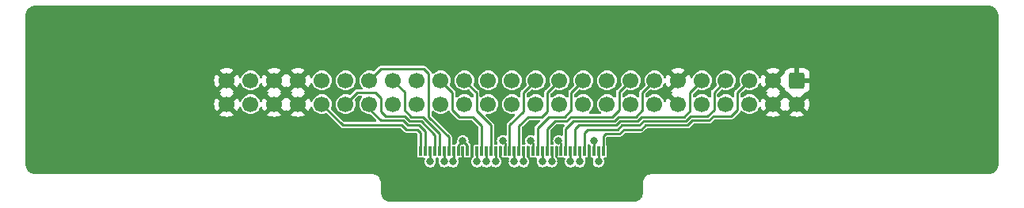
<source format=gbr>
%TF.GenerationSoftware,KiCad,Pcbnew,7.0.7*%
%TF.CreationDate,2023-09-18T17:25:18-04:00*%
%TF.ProjectId,N64 Cart FFC,4e363420-4361-4727-9420-4646432e6b69,rev?*%
%TF.SameCoordinates,Original*%
%TF.FileFunction,Copper,L4,Bot*%
%TF.FilePolarity,Positive*%
%FSLAX46Y46*%
G04 Gerber Fmt 4.6, Leading zero omitted, Abs format (unit mm)*
G04 Created by KiCad (PCBNEW 7.0.7) date 2023-09-18 17:25:18*
%MOMM*%
%LPD*%
G01*
G04 APERTURE LIST*
G04 Aperture macros list*
%AMRoundRect*
0 Rectangle with rounded corners*
0 $1 Rounding radius*
0 $2 $3 $4 $5 $6 $7 $8 $9 X,Y pos of 4 corners*
0 Add a 4 corners polygon primitive as box body*
4,1,4,$2,$3,$4,$5,$6,$7,$8,$9,$2,$3,0*
0 Add four circle primitives for the rounded corners*
1,1,$1+$1,$2,$3*
1,1,$1+$1,$4,$5*
1,1,$1+$1,$6,$7*
1,1,$1+$1,$8,$9*
0 Add four rect primitives between the rounded corners*
20,1,$1+$1,$2,$3,$4,$5,0*
20,1,$1+$1,$4,$5,$6,$7,0*
20,1,$1+$1,$6,$7,$8,$9,0*
20,1,$1+$1,$8,$9,$2,$3,0*%
G04 Aperture macros list end*
%TA.AperFunction,SMDPad,CuDef*%
%ADD10R,0.300000X1.000000*%
%TD*%
%TA.AperFunction,SMDPad,CuDef*%
%ADD11R,2.000000X1.300000*%
%TD*%
%TA.AperFunction,ComponentPad*%
%ADD12RoundRect,0.250000X-0.600000X0.600000X-0.600000X-0.600000X0.600000X-0.600000X0.600000X0.600000X0*%
%TD*%
%TA.AperFunction,ComponentPad*%
%ADD13C,1.700000*%
%TD*%
%TA.AperFunction,ViaPad*%
%ADD14C,0.800000*%
%TD*%
%TA.AperFunction,Conductor*%
%ADD15C,0.250000*%
%TD*%
G04 APERTURE END LIST*
D10*
%TO.P,J2,1,Pin_1*%
%TO.N,RCP-58*%
X171750000Y-79575000D03*
%TO.P,J2,2,Pin_2*%
%TO.N,RCP-57*%
X171250000Y-79575000D03*
%TO.P,J2,3,Pin_3*%
%TO.N,3v3*%
X170750000Y-79575000D03*
%TO.P,J2,4,Pin_4*%
%TO.N,GND*%
X170250000Y-79575000D03*
%TO.P,J2,5,Pin_5*%
%TO.N,RCP-54*%
X169750000Y-79575000D03*
%TO.P,J2,6,Pin_6*%
%TO.N,RCP-53*%
X169250000Y-79575000D03*
%TO.P,J2,7,Pin_7*%
%TO.N,RCP-52*%
X168750000Y-79575000D03*
%TO.P,J2,8,Pin_8*%
%TO.N,RCP-51*%
X168250000Y-79575000D03*
%TO.P,J2,9,Pin_9*%
%TO.N,RCP-50*%
X167750000Y-79575000D03*
%TO.P,J2,10,Pin_10*%
%TO.N,3v3*%
X167250000Y-79575000D03*
%TO.P,J2,11,Pin_11*%
%TO.N,GND*%
X166750000Y-79575000D03*
%TO.P,J2,12,Pin_12*%
%TO.N,RCP-47*%
X166250000Y-79575000D03*
%TO.P,J2,13,Pin_13*%
%TO.N,RCP-46*%
X165750000Y-79575000D03*
%TO.P,J2,14,Pin_14*%
%TO.N,RCP-45*%
X165250000Y-79575000D03*
%TO.P,J2,15,Pin_15*%
%TO.N,RCP-44*%
X164750000Y-79575000D03*
%TO.P,J2,16,Pin_16*%
%TO.N,3v3*%
X164250000Y-79575000D03*
%TO.P,J2,17,Pin_17*%
%TO.N,GND*%
X163750000Y-79575000D03*
%TO.P,J2,18,Pin_18*%
%TO.N,RCP-41*%
X163250000Y-79575000D03*
%TO.P,J2,19,Pin_19*%
%TO.N,RCP-40*%
X162750000Y-79575000D03*
%TO.P,J2,20,Pin_20*%
%TO.N,RCP-39*%
X162250000Y-79575000D03*
%TO.P,J2,21,Pin_21*%
%TO.N,RCP-38*%
X161750000Y-79575000D03*
%TO.P,J2,22,Pin_22*%
%TO.N,3v3*%
X161250000Y-79575000D03*
%TO.P,J2,23,Pin_23*%
%TO.N,GND*%
X160750000Y-79575000D03*
%TO.P,J2,24,Pin_24*%
%TO.N,RCP-35*%
X160250000Y-79575000D03*
%TO.P,J2,25,Pin_25*%
%TO.N,RCP-34*%
X159750000Y-79575000D03*
%TO.P,J2,26,Pin_26*%
%TO.N,RCP-33*%
X159250000Y-79575000D03*
%TO.P,J2,27,Pin_27*%
%TO.N,RCP-32*%
X158750000Y-79575000D03*
%TO.P,J2,28,Pin_28*%
%TO.N,RCP-31*%
X158250000Y-79575000D03*
%TO.P,J2,29,Pin_29*%
%TO.N,GND*%
X157750000Y-79575000D03*
%TO.P,J2,30,Pin_30*%
%TO.N,3v3*%
X157250000Y-79575000D03*
%TO.P,J2,31,Pin_31*%
%TO.N,GND*%
X156750000Y-79575000D03*
%TO.P,J2,32,Pin_32*%
%TO.N,3v3*%
X156250000Y-79575000D03*
%TO.P,J2,33,Pin_33*%
%TO.N,RCP-26*%
X155750000Y-79575000D03*
%TO.P,J2,34,Pin_34*%
%TO.N,PIF-1*%
X155250000Y-79575000D03*
%TO.P,J2,35,Pin_35*%
%TO.N,PIF-3*%
X154750000Y-79575000D03*
%TO.P,J2,36,Pin_36*%
%TO.N,PIF-5*%
X154250000Y-79575000D03*
%TO.P,J2,37,Pin_37*%
%TO.N,PIF-7*%
X153750000Y-79575000D03*
%TO.P,J2,38,Pin_38*%
%TO.N,PIF-23*%
X153250000Y-79575000D03*
%TO.P,J2,39,Pin_39*%
%TO.N,CPU-57*%
X152750000Y-79575000D03*
%TO.P,J2,40,Pin_40*%
%TO.N,SYNC*%
X152250000Y-79575000D03*
D11*
%TO.P,J2,MP*%
%TO.N,GND*%
X174050000Y-82275000D03*
X149950000Y-82275000D03*
%TD*%
D12*
%TO.P,J1,1,Pin_1*%
%TO.N,GND*%
X192480000Y-72000000D03*
D13*
%TO.P,J1,2,Pin_2*%
X192480000Y-74540000D03*
%TO.P,J1,3,Pin_3*%
X189940000Y-72000000D03*
%TO.P,J1,4,Pin_4*%
X189940000Y-74540000D03*
%TO.P,J1,5,Pin_5*%
%TO.N,RCP-58*%
X187400000Y-72000000D03*
%TO.P,J1,6,Pin_6*%
%TO.N,RCP-57*%
X187400000Y-74540000D03*
%TO.P,J1,7,Pin_7*%
%TO.N,RCP-54*%
X184860000Y-72000000D03*
%TO.P,J1,8,Pin_8*%
%TO.N,RCP-53*%
X184860000Y-74540000D03*
%TO.P,J1,9,Pin_9*%
%TO.N,RCP-52*%
X182320000Y-72000000D03*
%TO.P,J1,10,Pin_10*%
%TO.N,RCP-51*%
X182320000Y-74540000D03*
%TO.P,J1,11,Pin_11*%
%TO.N,GND*%
X179780000Y-72000000D03*
%TO.P,J1,12,Pin_12*%
X179780000Y-74540000D03*
%TO.P,J1,13,Pin_13*%
%TO.N,RCP-50*%
X177240000Y-72000000D03*
%TO.P,J1,14,Pin_14*%
%TO.N,RCP-47*%
X177240000Y-74540000D03*
%TO.P,J1,15,Pin_15*%
%TO.N,RCP-46*%
X174700000Y-72000000D03*
%TO.P,J1,16,Pin_16*%
%TO.N,RCP-45*%
X174700000Y-74540000D03*
%TO.P,J1,17,Pin_17*%
%TO.N,3v3*%
X172160000Y-72000000D03*
%TO.P,J1,18,Pin_18*%
X172160000Y-74540000D03*
%TO.P,J1,19,Pin_19*%
%TO.N,RCP-44*%
X169620000Y-72000000D03*
%TO.P,J1,20,Pin_20*%
%TO.N,RCP-41*%
X169620000Y-74540000D03*
%TO.P,J1,21,Pin_21*%
%TO.N,RCP-40*%
X167080000Y-72000000D03*
%TO.P,J1,22,Pin_22*%
%TO.N,RCP-39*%
X167080000Y-74540000D03*
%TO.P,J1,23,Pin_23*%
%TO.N,RCP-38*%
X164540000Y-72000000D03*
%TO.P,J1,24,Pin_24*%
%TO.N,RCP-35*%
X164540000Y-74540000D03*
%TO.P,J1,25,Pin_25*%
%TO.N,unconnected-(J1-Pin_25-Pad25)*%
X162000000Y-72000000D03*
%TO.P,J1,26,Pin_26*%
%TO.N,unconnected-(J1-Pin_26-Pad26)*%
X162000000Y-74540000D03*
%TO.P,J1,27,Pin_27*%
%TO.N,unconnected-(J1-Pin_27-Pad27)*%
X159460000Y-72000000D03*
%TO.P,J1,28,Pin_28*%
%TO.N,unconnected-(J1-Pin_28-Pad28)*%
X159460000Y-74540000D03*
%TO.P,J1,29,Pin_29*%
%TO.N,RCP-34*%
X156920000Y-72000000D03*
%TO.P,J1,30,Pin_30*%
%TO.N,RCP-33*%
X156920000Y-74540000D03*
%TO.P,J1,31,Pin_31*%
%TO.N,RCP-32*%
X154380000Y-72000000D03*
%TO.P,J1,32,Pin_32*%
%TO.N,RCP-31*%
X154380000Y-74540000D03*
%TO.P,J1,33,Pin_33*%
%TO.N,3v3*%
X151840000Y-72000000D03*
%TO.P,J1,34,Pin_34*%
X151840000Y-74540000D03*
%TO.P,J1,35,Pin_35*%
%TO.N,PIF-5*%
X149300000Y-72000000D03*
%TO.P,J1,36,Pin_36*%
%TO.N,PIF-3*%
X149300000Y-74540000D03*
%TO.P,J1,37,Pin_37*%
%TO.N,PIF-1*%
X146760000Y-72000000D03*
%TO.P,J1,38,Pin_38*%
%TO.N,CPU-57*%
X146760000Y-74540000D03*
%TO.P,J1,39,Pin_39*%
%TO.N,RCP-26*%
X144220000Y-72000000D03*
%TO.P,J1,40,Pin_40*%
%TO.N,PIF-7*%
X144220000Y-74540000D03*
%TO.P,J1,41,Pin_41*%
%TO.N,PIF-23*%
X141680000Y-72000000D03*
%TO.P,J1,42,Pin_42*%
%TO.N,SYNC*%
X141680000Y-74540000D03*
%TO.P,J1,43,Pin_43*%
%TO.N,GND*%
X139140000Y-72000000D03*
%TO.P,J1,44,Pin_44*%
X139140000Y-74540000D03*
%TO.P,J1,45,Pin_45*%
X136600000Y-72000000D03*
%TO.P,J1,46,Pin_46*%
X136600000Y-74540000D03*
%TO.P,J1,47,Pin_47*%
%TO.N,unconnected-(J1-Pin_47-Pad47)*%
X134060000Y-72000000D03*
%TO.P,J1,48,Pin_48*%
%TO.N,unconnected-(J1-Pin_48-Pad48)*%
X134060000Y-74540000D03*
%TO.P,J1,49,Pin_49*%
%TO.N,GND*%
X131520000Y-72000000D03*
%TO.P,J1,50,Pin_50*%
X131520000Y-74540000D03*
%TD*%
D14*
%TO.N,GND*%
X167050000Y-77450000D03*
%TO.N,3v3*%
X170750000Y-78450000D03*
%TO.N,GND*%
X170250000Y-80700000D03*
X167250000Y-80700000D03*
X164250000Y-80700000D03*
X161250000Y-80700000D03*
X164000000Y-77150000D03*
X161000000Y-77050000D03*
X156750000Y-77050000D03*
X157000000Y-80700000D03*
%TO.N,3v3*%
X167000000Y-78450000D03*
X164000000Y-78450000D03*
X161000000Y-78450000D03*
%TO.N,RCP-57*%
X171250000Y-80700000D03*
%TO.N,RCP-53*%
X169250000Y-80700000D03*
%TO.N,RCP-51*%
X168250000Y-80700000D03*
%TO.N,RCP-47*%
X166250000Y-80700000D03*
%TO.N,RCP-45*%
X165250000Y-80700000D03*
%TO.N,RCP-41*%
X163250000Y-80700000D03*
%TO.N,3v3*%
X156750000Y-78450000D03*
%TO.N,RCP-39*%
X162250000Y-80700000D03*
%TO.N,RCP-35*%
X160250000Y-80700000D03*
%TO.N,RCP-33*%
X159250000Y-80700000D03*
%TO.N,RCP-31*%
X158250000Y-80700000D03*
%TO.N,RCP-26*%
X155700000Y-80700000D03*
%TO.N,PIF-3*%
X154750000Y-80700000D03*
%TO.N,PIF-23*%
X153250000Y-80700000D03*
%TD*%
D15*
%TO.N,3v3*%
X170750000Y-79575000D02*
X170750000Y-78450000D01*
X167250000Y-78700000D02*
X167000000Y-78450000D01*
X167250000Y-79575000D02*
X167250000Y-78700000D01*
X164250000Y-78700000D02*
X164000000Y-78450000D01*
X164250000Y-79575000D02*
X164250000Y-78700000D01*
X161250000Y-78700000D02*
X161000000Y-78450000D01*
X161250000Y-79575000D02*
X161250000Y-78700000D01*
X157250000Y-78950000D02*
X156750000Y-78450000D01*
X157250000Y-79575000D02*
X157250000Y-78950000D01*
X156250000Y-78950000D02*
X156750000Y-78450000D01*
X156250000Y-79575000D02*
X156250000Y-78950000D01*
%TO.N,PIF-1*%
X155250000Y-78054416D02*
X155250000Y-79575000D01*
X152550000Y-70750000D02*
X153100000Y-71300000D01*
X153100000Y-71300000D02*
X153100000Y-75904416D01*
X148010000Y-70750000D02*
X152550000Y-70750000D01*
X146760000Y-72000000D02*
X148010000Y-70750000D01*
X153100000Y-75904416D02*
X155250000Y-78054416D01*
%TO.N,PIF-5*%
X154250000Y-77690812D02*
X154250000Y-79575000D01*
X152459188Y-75900000D02*
X154250000Y-77690812D01*
X150550000Y-73250000D02*
X150550000Y-75200000D01*
X151250000Y-75900000D02*
X152459188Y-75900000D01*
X149300000Y-72000000D02*
X150550000Y-73250000D01*
X150550000Y-75200000D02*
X151250000Y-75900000D01*
%TO.N,PIF-7*%
X153750000Y-77827208D02*
X153750000Y-79575000D01*
X152272792Y-76350000D02*
X153750000Y-77827208D01*
X150563604Y-75850000D02*
X151063604Y-76350000D01*
X148500000Y-75850000D02*
X150563604Y-75850000D01*
X148000000Y-73928299D02*
X148000000Y-75350000D01*
X151063604Y-76350000D02*
X152272792Y-76350000D01*
X147371701Y-73300000D02*
X148000000Y-73928299D01*
X145460000Y-73300000D02*
X147371701Y-73300000D01*
X148000000Y-75350000D02*
X148500000Y-75850000D01*
X144220000Y-74540000D02*
X145460000Y-73300000D01*
%TO.N,CPU-57*%
X152750000Y-77463604D02*
X152750000Y-79575000D01*
X150877208Y-76800000D02*
X152086396Y-76800000D01*
X152086396Y-76800000D02*
X152750000Y-77463604D01*
X146760000Y-75060000D02*
X148000000Y-76300000D01*
X148000000Y-76300000D02*
X150377208Y-76300000D01*
X150377208Y-76300000D02*
X150877208Y-76800000D01*
X146760000Y-74540000D02*
X146760000Y-75060000D01*
%TO.N,RCP-51*%
X168250000Y-80700000D02*
X168250000Y-79575000D01*
%TO.N,RCP-53*%
X169250000Y-80700000D02*
X169250000Y-79575000D01*
%TO.N,RCP-57*%
X171250000Y-79575000D02*
X171250000Y-80700000D01*
%TO.N,SYNC*%
X152250000Y-77600000D02*
X152250000Y-79575000D01*
X151900000Y-77250000D02*
X152250000Y-77600000D01*
X143890000Y-76750000D02*
X150190812Y-76750000D01*
X141680000Y-74540000D02*
X143890000Y-76750000D01*
X150190812Y-76750000D02*
X150690812Y-77250000D01*
X150690812Y-77250000D02*
X151900000Y-77250000D01*
%TO.N,RCP-32*%
X157800000Y-75900000D02*
X158750000Y-76850000D01*
X156400000Y-75900000D02*
X157800000Y-75900000D01*
X155650000Y-73270000D02*
X155650000Y-75150000D01*
X154380000Y-72000000D02*
X155650000Y-73270000D01*
X155650000Y-75150000D02*
X156400000Y-75900000D01*
X158750000Y-76850000D02*
X158750000Y-79575000D01*
%TO.N,RCP-34*%
X159750000Y-76800000D02*
X159750000Y-79575000D01*
X158200000Y-75250000D02*
X159750000Y-76800000D01*
X158200000Y-73280000D02*
X158200000Y-75250000D01*
X156920000Y-72000000D02*
X158200000Y-73280000D01*
%TO.N,RCP-50*%
X173386396Y-75900000D02*
X172936396Y-76350000D01*
X168600000Y-76350000D02*
X167750000Y-77200000D01*
X175250000Y-75900000D02*
X173386396Y-75900000D01*
X167750000Y-77200000D02*
X167750000Y-79575000D01*
X175950000Y-75200000D02*
X175250000Y-75900000D01*
X175950000Y-73290000D02*
X175950000Y-75200000D01*
X177240000Y-72000000D02*
X175950000Y-73290000D01*
X172936396Y-76350000D02*
X168600000Y-76350000D01*
%TO.N,RCP-46*%
X165750000Y-77200000D02*
X165750000Y-79575000D01*
X167836396Y-76350000D02*
X166600000Y-76350000D01*
X166600000Y-76350000D02*
X165750000Y-77200000D01*
X172750000Y-75900000D02*
X168286396Y-75900000D01*
X173450000Y-75200000D02*
X172750000Y-75900000D01*
X174700000Y-72000000D02*
X173450000Y-73250000D01*
X173450000Y-73250000D02*
X173450000Y-75200000D01*
X168286396Y-75900000D02*
X167836396Y-76350000D01*
%TO.N,RCP-40*%
X162750000Y-76850000D02*
X162750000Y-79575000D01*
X163700000Y-75900000D02*
X162750000Y-76850000D01*
X165800000Y-75300000D02*
X165200000Y-75900000D01*
X165800000Y-73280000D02*
X165800000Y-75300000D01*
X165200000Y-75900000D02*
X163700000Y-75900000D01*
X167080000Y-72000000D02*
X165800000Y-73280000D01*
%TO.N,RCP-58*%
X171750000Y-77950000D02*
X171750000Y-79575000D01*
X172000000Y-77700000D02*
X171750000Y-77950000D01*
X173945584Y-77250000D02*
X173495584Y-77700000D01*
X176259188Y-76800000D02*
X175809188Y-77250000D01*
X183086396Y-76300000D02*
X181272792Y-76300000D01*
X180772792Y-76800000D02*
X176259188Y-76800000D01*
X183536396Y-75850000D02*
X183086396Y-76300000D01*
X181272792Y-76300000D02*
X180772792Y-76800000D01*
X185450000Y-75850000D02*
X183536396Y-75850000D01*
X186100000Y-73300000D02*
X186100000Y-75200000D01*
X186100000Y-75200000D02*
X185450000Y-75850000D01*
X175809188Y-77250000D02*
X173945584Y-77250000D01*
X173495584Y-77700000D02*
X172000000Y-77700000D01*
X187400000Y-72000000D02*
X186100000Y-73300000D01*
%TO.N,RCP-54*%
X169750000Y-77600000D02*
X169750000Y-79575000D01*
X170100000Y-77250000D02*
X169750000Y-77600000D01*
X173309188Y-77250000D02*
X170100000Y-77250000D01*
X173759188Y-76800000D02*
X173309188Y-77250000D01*
X175622792Y-76800000D02*
X173759188Y-76800000D01*
X180586396Y-76350000D02*
X176072792Y-76350000D01*
X181086396Y-75850000D02*
X180586396Y-76350000D01*
X183600000Y-73260000D02*
X183600000Y-75150000D01*
X183600000Y-75150000D02*
X182900000Y-75850000D01*
X184860000Y-72000000D02*
X183600000Y-73260000D01*
X182900000Y-75850000D02*
X181086396Y-75850000D01*
X176072792Y-76350000D02*
X175622792Y-76800000D01*
%TO.N,RCP-52*%
X168750000Y-77200000D02*
X168750000Y-79575000D01*
X169150000Y-76800000D02*
X168750000Y-77200000D01*
X173122792Y-76800000D02*
X169150000Y-76800000D01*
X173572792Y-76350000D02*
X173122792Y-76800000D01*
X181050000Y-75250000D02*
X180400000Y-75900000D01*
X181050000Y-73270000D02*
X181050000Y-75250000D01*
X175886396Y-75900000D02*
X175436396Y-76350000D01*
X182320000Y-72000000D02*
X181050000Y-73270000D01*
X180400000Y-75900000D02*
X175886396Y-75900000D01*
X175436396Y-76350000D02*
X173572792Y-76350000D01*
%TO.N,RCP-44*%
X165950000Y-75900000D02*
X164750000Y-77100000D01*
X167650000Y-75900000D02*
X165950000Y-75900000D01*
X168350000Y-75200000D02*
X167650000Y-75900000D01*
X168350000Y-73270000D02*
X168350000Y-75200000D01*
X164750000Y-77100000D02*
X164750000Y-79575000D01*
X169620000Y-72000000D02*
X168350000Y-73270000D01*
%TO.N,RCP-38*%
X161750000Y-76800000D02*
X161750000Y-79575000D01*
X164540000Y-72000000D02*
X163250000Y-73290000D01*
X163250000Y-73290000D02*
X163250000Y-75300000D01*
X163250000Y-75300000D02*
X161750000Y-76800000D01*
%TO.N,RCP-47*%
X166250000Y-79575000D02*
X166250000Y-80700000D01*
%TO.N,RCP-45*%
X165250000Y-79575000D02*
X165250000Y-80700000D01*
%TO.N,RCP-41*%
X163250000Y-79575000D02*
X163250000Y-80700000D01*
%TO.N,RCP-39*%
X162250000Y-79575000D02*
X162250000Y-80700000D01*
%TO.N,RCP-35*%
X160250000Y-79575000D02*
X160250000Y-80700000D01*
%TO.N,RCP-33*%
X159250000Y-79575000D02*
X159250000Y-80700000D01*
%TO.N,RCP-31*%
X158250000Y-79575000D02*
X158250000Y-80700000D01*
%TO.N,RCP-26*%
X155750000Y-80650000D02*
X155700000Y-80700000D01*
X155750000Y-79575000D02*
X155750000Y-80650000D01*
%TO.N,PIF-3*%
X154750000Y-79575000D02*
X154750000Y-80700000D01*
%TO.N,PIF-23*%
X153250000Y-79575000D02*
X153250000Y-80700000D01*
%TD*%
%TA.AperFunction,Conductor*%
%TO.N,GND*%
G36*
X164931850Y-76245185D02*
G01*
X164977605Y-76297989D01*
X164987549Y-76367147D01*
X164958524Y-76430703D01*
X164952492Y-76437181D01*
X164531802Y-76857870D01*
X164527814Y-76861525D01*
X164496805Y-76887545D01*
X164476562Y-76922606D01*
X164473656Y-76927166D01*
X164450446Y-76960313D01*
X164448206Y-76965117D01*
X164441229Y-76981961D01*
X164439410Y-76986959D01*
X164432383Y-77026811D01*
X164431212Y-77032091D01*
X164420735Y-77071191D01*
X164424264Y-77111513D01*
X164424500Y-77116920D01*
X164424500Y-77790277D01*
X164404815Y-77857316D01*
X164352011Y-77903071D01*
X164282853Y-77913015D01*
X164253048Y-77904838D01*
X164156765Y-77864957D01*
X164156760Y-77864955D01*
X164000001Y-77844318D01*
X163999999Y-77844318D01*
X163843239Y-77864955D01*
X163843237Y-77864956D01*
X163697160Y-77925463D01*
X163571718Y-78021718D01*
X163475463Y-78147160D01*
X163414956Y-78293237D01*
X163414955Y-78293239D01*
X163394318Y-78449998D01*
X163394318Y-78450001D01*
X163414955Y-78606760D01*
X163414956Y-78606762D01*
X163454839Y-78703047D01*
X163462308Y-78772516D01*
X163431033Y-78834996D01*
X163370944Y-78870648D01*
X163340278Y-78874500D01*
X163199500Y-78874500D01*
X163132461Y-78854815D01*
X163086706Y-78802011D01*
X163075500Y-78750500D01*
X163075500Y-77036187D01*
X163095185Y-76969148D01*
X163111814Y-76948511D01*
X163798507Y-76261819D01*
X163859830Y-76228334D01*
X163886188Y-76225500D01*
X164864811Y-76225500D01*
X164931850Y-76245185D01*
G37*
%TD.AperFunction*%
%TA.AperFunction,Conductor*%
G36*
X167581850Y-76695185D02*
G01*
X167627605Y-76747989D01*
X167637549Y-76817147D01*
X167608524Y-76880703D01*
X167602502Y-76887171D01*
X167572437Y-76917235D01*
X167531802Y-76957870D01*
X167527814Y-76961525D01*
X167496805Y-76987545D01*
X167476562Y-77022606D01*
X167473656Y-77027166D01*
X167450446Y-77060313D01*
X167448206Y-77065117D01*
X167441229Y-77081961D01*
X167439410Y-77086959D01*
X167432383Y-77126811D01*
X167431212Y-77132091D01*
X167420735Y-77171191D01*
X167424264Y-77211513D01*
X167424500Y-77216920D01*
X167424500Y-77790277D01*
X167404815Y-77857316D01*
X167352011Y-77903071D01*
X167282853Y-77913015D01*
X167253048Y-77904838D01*
X167156765Y-77864957D01*
X167156760Y-77864955D01*
X167000001Y-77844318D01*
X166999999Y-77844318D01*
X166843239Y-77864955D01*
X166843237Y-77864956D01*
X166697160Y-77925463D01*
X166571718Y-78021718D01*
X166475463Y-78147160D01*
X166414956Y-78293237D01*
X166414955Y-78293239D01*
X166394318Y-78449998D01*
X166394318Y-78450001D01*
X166414955Y-78606760D01*
X166414956Y-78606762D01*
X166454839Y-78703047D01*
X166462308Y-78772516D01*
X166431033Y-78834996D01*
X166370944Y-78870648D01*
X166340278Y-78874500D01*
X166199500Y-78874500D01*
X166132461Y-78854815D01*
X166086706Y-78802011D01*
X166075500Y-78750500D01*
X166075500Y-77386188D01*
X166095185Y-77319149D01*
X166111819Y-77298507D01*
X166698507Y-76711819D01*
X166759830Y-76678334D01*
X166786188Y-76675500D01*
X167514811Y-76675500D01*
X167581850Y-76695185D01*
G37*
%TD.AperFunction*%
%TA.AperFunction,Conductor*%
G36*
X132122470Y-72249363D02*
G01*
X132128949Y-72255396D01*
X132634925Y-72761373D01*
X132634926Y-72761373D01*
X132693598Y-72677582D01*
X132693600Y-72677578D01*
X132793429Y-72463492D01*
X132793433Y-72463483D01*
X132826158Y-72341350D01*
X132862522Y-72281690D01*
X132925369Y-72251160D01*
X132994745Y-72259454D01*
X133048623Y-72303939D01*
X133064593Y-72337447D01*
X133084768Y-72403954D01*
X133182315Y-72586450D01*
X133198532Y-72606210D01*
X133313589Y-72746410D01*
X133343119Y-72770644D01*
X133473550Y-72877685D01*
X133656046Y-72975232D01*
X133854066Y-73035300D01*
X133854065Y-73035300D01*
X133872529Y-73037118D01*
X134060000Y-73055583D01*
X134265934Y-73035300D01*
X134463954Y-72975232D01*
X134646450Y-72877685D01*
X134806410Y-72746410D01*
X134937685Y-72586450D01*
X135035232Y-72403954D01*
X135055406Y-72337446D01*
X135093702Y-72279010D01*
X135157514Y-72250553D01*
X135226581Y-72261112D01*
X135278975Y-72307336D01*
X135293841Y-72341349D01*
X135326567Y-72463486D01*
X135326570Y-72463492D01*
X135426400Y-72677579D01*
X135426402Y-72677583D01*
X135485072Y-72761373D01*
X135485073Y-72761373D01*
X135991050Y-72255395D01*
X136052373Y-72221910D01*
X136122064Y-72226894D01*
X136177998Y-72268765D01*
X136183039Y-72276025D01*
X136200978Y-72303939D01*
X136218239Y-72330798D01*
X136333602Y-72430759D01*
X136331293Y-72433422D01*
X136366006Y-72473499D01*
X136375935Y-72542660D01*
X136346898Y-72606210D01*
X136340882Y-72612669D01*
X135838625Y-73114925D01*
X135915031Y-73168425D01*
X135958655Y-73223002D01*
X135965848Y-73292501D01*
X135934326Y-73354855D01*
X135915029Y-73371576D01*
X135838625Y-73425072D01*
X136340883Y-73927330D01*
X136374368Y-73988653D01*
X136369384Y-74058345D01*
X136332357Y-74107805D01*
X136333602Y-74109241D01*
X136218238Y-74209202D01*
X136183046Y-74263962D01*
X136130242Y-74309717D01*
X136061083Y-74319660D01*
X135997528Y-74290634D01*
X135991050Y-74284603D01*
X135485072Y-73778625D01*
X135426401Y-73862419D01*
X135326570Y-74076507D01*
X135326567Y-74076514D01*
X135293841Y-74198650D01*
X135257476Y-74258310D01*
X135194629Y-74288839D01*
X135125253Y-74280544D01*
X135071375Y-74236059D01*
X135055406Y-74202552D01*
X135035232Y-74136046D01*
X134937685Y-73953550D01*
X134885702Y-73890209D01*
X134806410Y-73793589D01*
X134685035Y-73693981D01*
X134646450Y-73662315D01*
X134463954Y-73564768D01*
X134265934Y-73504700D01*
X134265932Y-73504699D01*
X134265934Y-73504699D01*
X134060000Y-73484417D01*
X133854067Y-73504699D01*
X133656043Y-73564769D01*
X133583743Y-73603415D01*
X133473550Y-73662315D01*
X133473548Y-73662316D01*
X133473547Y-73662317D01*
X133313589Y-73793589D01*
X133182317Y-73953547D01*
X133084767Y-74136046D01*
X133064593Y-74202552D01*
X133026296Y-74260990D01*
X132962483Y-74289447D01*
X132893416Y-74278886D01*
X132841023Y-74232661D01*
X132826158Y-74198649D01*
X132793433Y-74076516D01*
X132793429Y-74076507D01*
X132693600Y-73862423D01*
X132693599Y-73862421D01*
X132634925Y-73778626D01*
X132634925Y-73778625D01*
X132128949Y-74284602D01*
X132067626Y-74318087D01*
X131997934Y-74313103D01*
X131942001Y-74271231D01*
X131936953Y-74263961D01*
X131901761Y-74209202D01*
X131817330Y-74136043D01*
X131793100Y-74115048D01*
X131793099Y-74115047D01*
X131786398Y-74109241D01*
X131788708Y-74106574D01*
X131754005Y-74066528D01*
X131744058Y-73997370D01*
X131773080Y-73933813D01*
X131779116Y-73927330D01*
X132281373Y-73425073D01*
X132204969Y-73371576D01*
X132161344Y-73316999D01*
X132154150Y-73247501D01*
X132185672Y-73185146D01*
X132204968Y-73168425D01*
X132281373Y-73114925D01*
X131779116Y-72612669D01*
X131745631Y-72551346D01*
X131750615Y-72481655D01*
X131787640Y-72432193D01*
X131786398Y-72430759D01*
X131793100Y-72424952D01*
X131901761Y-72330798D01*
X131936954Y-72276037D01*
X131989755Y-72230283D01*
X132058914Y-72220339D01*
X132122470Y-72249363D01*
G37*
%TD.AperFunction*%
%TA.AperFunction,Conductor*%
G36*
X137202470Y-72249363D02*
G01*
X137208949Y-72255396D01*
X137714925Y-72761373D01*
X137768425Y-72684968D01*
X137823002Y-72641344D01*
X137892501Y-72634151D01*
X137954855Y-72665673D01*
X137971576Y-72684969D01*
X138025073Y-72761372D01*
X138531050Y-72255395D01*
X138592373Y-72221910D01*
X138662064Y-72226894D01*
X138717998Y-72268765D01*
X138723039Y-72276025D01*
X138740978Y-72303939D01*
X138758239Y-72330798D01*
X138873602Y-72430759D01*
X138871293Y-72433422D01*
X138906006Y-72473499D01*
X138915935Y-72542660D01*
X138886898Y-72606210D01*
X138880882Y-72612669D01*
X138378625Y-73114925D01*
X138455031Y-73168425D01*
X138498655Y-73223002D01*
X138505848Y-73292501D01*
X138474326Y-73354855D01*
X138455029Y-73371576D01*
X138378625Y-73425072D01*
X138880883Y-73927330D01*
X138914368Y-73988653D01*
X138909384Y-74058345D01*
X138872357Y-74107805D01*
X138873602Y-74109241D01*
X138758238Y-74209202D01*
X138723046Y-74263962D01*
X138670242Y-74309717D01*
X138601083Y-74319660D01*
X138537528Y-74290634D01*
X138531050Y-74284603D01*
X138025072Y-73778625D01*
X138025072Y-73778626D01*
X137971574Y-73855030D01*
X137916998Y-73898655D01*
X137847499Y-73905849D01*
X137785144Y-73874326D01*
X137768424Y-73855030D01*
X137714925Y-73778626D01*
X137714925Y-73778625D01*
X137208949Y-74284602D01*
X137147626Y-74318087D01*
X137077934Y-74313103D01*
X137022001Y-74271231D01*
X137016953Y-74263961D01*
X136981761Y-74209202D01*
X136897330Y-74136043D01*
X136873100Y-74115048D01*
X136873099Y-74115047D01*
X136866398Y-74109241D01*
X136868708Y-74106574D01*
X136834005Y-74066528D01*
X136824058Y-73997370D01*
X136853080Y-73933813D01*
X136859116Y-73927330D01*
X137361373Y-73425073D01*
X137284969Y-73371576D01*
X137241344Y-73316999D01*
X137234150Y-73247501D01*
X137265672Y-73185146D01*
X137284968Y-73168425D01*
X137361373Y-73114925D01*
X136859116Y-72612669D01*
X136825631Y-72551346D01*
X136830615Y-72481655D01*
X136867640Y-72432193D01*
X136866398Y-72430759D01*
X136873100Y-72424952D01*
X136981761Y-72330798D01*
X137016954Y-72276037D01*
X137069755Y-72230283D01*
X137138914Y-72220339D01*
X137202470Y-72249363D01*
G37*
%TD.AperFunction*%
%TA.AperFunction,Conductor*%
G36*
X179302064Y-72226894D02*
G01*
X179357998Y-72268765D01*
X179363039Y-72276025D01*
X179380978Y-72303939D01*
X179398239Y-72330798D01*
X179513602Y-72430759D01*
X179511293Y-72433422D01*
X179546006Y-72473499D01*
X179555935Y-72542660D01*
X179526898Y-72606210D01*
X179520882Y-72612669D01*
X179018625Y-73114925D01*
X179095031Y-73168425D01*
X179138655Y-73223002D01*
X179145848Y-73292501D01*
X179114326Y-73354855D01*
X179095029Y-73371576D01*
X179018625Y-73425072D01*
X179520883Y-73927330D01*
X179554368Y-73988653D01*
X179549384Y-74058345D01*
X179512357Y-74107805D01*
X179513602Y-74109241D01*
X179398238Y-74209202D01*
X179363046Y-74263962D01*
X179310242Y-74309717D01*
X179241083Y-74319660D01*
X179177528Y-74290634D01*
X179171050Y-74284603D01*
X178665072Y-73778625D01*
X178606401Y-73862419D01*
X178506570Y-74076507D01*
X178506567Y-74076514D01*
X178473841Y-74198650D01*
X178437476Y-74258310D01*
X178374629Y-74288839D01*
X178305253Y-74280544D01*
X178251375Y-74236059D01*
X178235406Y-74202552D01*
X178215232Y-74136046D01*
X178117685Y-73953550D01*
X178065702Y-73890209D01*
X177986410Y-73793589D01*
X177865035Y-73693981D01*
X177826450Y-73662315D01*
X177643954Y-73564768D01*
X177445934Y-73504700D01*
X177445932Y-73504699D01*
X177445934Y-73504699D01*
X177240000Y-73484417D01*
X177034067Y-73504699D01*
X176836043Y-73564769D01*
X176763743Y-73603415D01*
X176653550Y-73662315D01*
X176653548Y-73662316D01*
X176653547Y-73662317D01*
X176493586Y-73793592D01*
X176489282Y-73797897D01*
X176487901Y-73796516D01*
X176437606Y-73830776D01*
X176367761Y-73832645D01*
X176307993Y-73796457D01*
X176277278Y-73733701D01*
X176275500Y-73712776D01*
X176275500Y-73476187D01*
X176295185Y-73409148D01*
X176311814Y-73388511D01*
X176699006Y-73001319D01*
X176760327Y-72967836D01*
X176830019Y-72972820D01*
X176834144Y-72974444D01*
X176836041Y-72975230D01*
X176836043Y-72975230D01*
X176836046Y-72975232D01*
X177034066Y-73035300D01*
X177034065Y-73035300D01*
X177052529Y-73037118D01*
X177240000Y-73055583D01*
X177445934Y-73035300D01*
X177643954Y-72975232D01*
X177826450Y-72877685D01*
X177986410Y-72746410D01*
X178117685Y-72586450D01*
X178215232Y-72403954D01*
X178235406Y-72337446D01*
X178273702Y-72279010D01*
X178337514Y-72250553D01*
X178406581Y-72261112D01*
X178458975Y-72307336D01*
X178473841Y-72341349D01*
X178506567Y-72463486D01*
X178506570Y-72463492D01*
X178606400Y-72677579D01*
X178606402Y-72677583D01*
X178665072Y-72761373D01*
X178665073Y-72761373D01*
X179171050Y-72255395D01*
X179232373Y-72221910D01*
X179302064Y-72226894D01*
G37*
%TD.AperFunction*%
%TA.AperFunction,Conductor*%
G36*
X189462064Y-72226894D02*
G01*
X189517998Y-72268765D01*
X189523039Y-72276025D01*
X189540978Y-72303939D01*
X189558239Y-72330798D01*
X189673602Y-72430759D01*
X189671293Y-72433422D01*
X189706006Y-72473499D01*
X189715935Y-72542660D01*
X189686898Y-72606210D01*
X189680882Y-72612669D01*
X189178625Y-73114925D01*
X189255031Y-73168425D01*
X189298655Y-73223002D01*
X189305848Y-73292501D01*
X189274326Y-73354855D01*
X189255029Y-73371576D01*
X189178625Y-73425072D01*
X189680883Y-73927330D01*
X189714368Y-73988653D01*
X189709384Y-74058345D01*
X189672357Y-74107805D01*
X189673602Y-74109241D01*
X189558238Y-74209202D01*
X189523046Y-74263962D01*
X189470242Y-74309717D01*
X189401083Y-74319660D01*
X189337528Y-74290634D01*
X189331050Y-74284603D01*
X188825072Y-73778625D01*
X188766401Y-73862419D01*
X188666570Y-74076507D01*
X188666567Y-74076514D01*
X188633841Y-74198650D01*
X188597476Y-74258310D01*
X188534629Y-74288839D01*
X188465253Y-74280544D01*
X188411375Y-74236059D01*
X188395406Y-74202552D01*
X188375232Y-74136046D01*
X188277685Y-73953550D01*
X188225702Y-73890209D01*
X188146410Y-73793589D01*
X188025035Y-73693981D01*
X187986450Y-73662315D01*
X187803954Y-73564768D01*
X187605934Y-73504700D01*
X187605932Y-73504699D01*
X187605934Y-73504699D01*
X187400000Y-73484417D01*
X187194067Y-73504699D01*
X186996043Y-73564769D01*
X186923743Y-73603415D01*
X186813550Y-73662315D01*
X186813548Y-73662316D01*
X186813547Y-73662317D01*
X186653589Y-73793590D01*
X186645353Y-73803626D01*
X186587607Y-73842960D01*
X186517762Y-73844831D01*
X186457994Y-73808643D01*
X186427278Y-73745887D01*
X186425500Y-73724961D01*
X186425500Y-73486187D01*
X186445185Y-73419148D01*
X186461819Y-73398506D01*
X186658235Y-73202090D01*
X186859005Y-73001319D01*
X186920326Y-72967836D01*
X186990017Y-72972820D01*
X186994132Y-72974439D01*
X186996038Y-72975227D01*
X186996046Y-72975232D01*
X187194066Y-73035300D01*
X187194065Y-73035300D01*
X187212529Y-73037118D01*
X187400000Y-73055583D01*
X187605934Y-73035300D01*
X187803954Y-72975232D01*
X187986450Y-72877685D01*
X188146410Y-72746410D01*
X188277685Y-72586450D01*
X188375232Y-72403954D01*
X188395406Y-72337446D01*
X188433702Y-72279010D01*
X188497514Y-72250553D01*
X188566581Y-72261112D01*
X188618975Y-72307336D01*
X188633841Y-72341349D01*
X188666567Y-72463486D01*
X188666570Y-72463492D01*
X188766400Y-72677579D01*
X188766402Y-72677583D01*
X188825072Y-72761373D01*
X188825073Y-72761373D01*
X189331050Y-72255395D01*
X189392373Y-72221910D01*
X189462064Y-72226894D01*
G37*
%TD.AperFunction*%
%TA.AperFunction,Conductor*%
G36*
X190542470Y-72249363D02*
G01*
X190548949Y-72255396D01*
X191059156Y-72765604D01*
X191111701Y-72776163D01*
X191161885Y-72824777D01*
X191171717Y-72846921D01*
X191195642Y-72919121D01*
X191195643Y-72919124D01*
X191287684Y-73068345D01*
X191411654Y-73192315D01*
X191560875Y-73284356D01*
X191560882Y-73284359D01*
X191633075Y-73308281D01*
X191690520Y-73348053D01*
X191717344Y-73412569D01*
X191717463Y-73423910D01*
X192220883Y-73927330D01*
X192254368Y-73988653D01*
X192249384Y-74058345D01*
X192212357Y-74107805D01*
X192213602Y-74109241D01*
X192098238Y-74209202D01*
X192063046Y-74263962D01*
X192010242Y-74309717D01*
X191941083Y-74319660D01*
X191877528Y-74290634D01*
X191871050Y-74284603D01*
X191365072Y-73778625D01*
X191365072Y-73778626D01*
X191311574Y-73855030D01*
X191256998Y-73898655D01*
X191187499Y-73905849D01*
X191125144Y-73874326D01*
X191108424Y-73855030D01*
X191054925Y-73778626D01*
X191054925Y-73778625D01*
X190548949Y-74284602D01*
X190487626Y-74318087D01*
X190417934Y-74313103D01*
X190362001Y-74271231D01*
X190356953Y-74263961D01*
X190321761Y-74209202D01*
X190237330Y-74136043D01*
X190213100Y-74115048D01*
X190213099Y-74115047D01*
X190206398Y-74109241D01*
X190208708Y-74106574D01*
X190174005Y-74066528D01*
X190164058Y-73997370D01*
X190193080Y-73933813D01*
X190199116Y-73927330D01*
X190701373Y-73425073D01*
X190624969Y-73371576D01*
X190581344Y-73316999D01*
X190574150Y-73247501D01*
X190605672Y-73185146D01*
X190624968Y-73168425D01*
X190701373Y-73114925D01*
X190199116Y-72612669D01*
X190165631Y-72551346D01*
X190170615Y-72481655D01*
X190207640Y-72432193D01*
X190206398Y-72430759D01*
X190213100Y-72424952D01*
X190321761Y-72330798D01*
X190356954Y-72276037D01*
X190409755Y-72230283D01*
X190478914Y-72220339D01*
X190542470Y-72249363D01*
G37*
%TD.AperFunction*%
%TA.AperFunction,Conductor*%
G36*
X213002695Y-64000735D02*
G01*
X213045519Y-64004482D01*
X213171771Y-64016918D01*
X213191685Y-64020541D01*
X213258349Y-64038403D01*
X213351570Y-64066682D01*
X213367971Y-64072958D01*
X213435411Y-64104406D01*
X213438375Y-64105888D01*
X213475969Y-64125982D01*
X213522327Y-64150762D01*
X213528667Y-64154657D01*
X213594828Y-64200983D01*
X213598600Y-64203844D01*
X213670808Y-64263103D01*
X213675309Y-64267182D01*
X213732815Y-64324688D01*
X213736895Y-64329190D01*
X213796154Y-64401398D01*
X213799015Y-64405170D01*
X213845341Y-64471331D01*
X213849236Y-64477671D01*
X213894101Y-64561605D01*
X213895614Y-64564631D01*
X213927040Y-64632027D01*
X213933319Y-64648435D01*
X213961601Y-64741669D01*
X213979454Y-64808299D01*
X213983082Y-64828238D01*
X213995523Y-64954554D01*
X213999264Y-64997302D01*
X213999500Y-65002710D01*
X213999500Y-80997289D01*
X213999264Y-81002697D01*
X213995523Y-81045445D01*
X213983082Y-81171760D01*
X213979454Y-81191699D01*
X213961601Y-81258330D01*
X213933318Y-81351563D01*
X213927040Y-81367971D01*
X213895614Y-81435367D01*
X213894101Y-81438393D01*
X213849236Y-81522327D01*
X213845341Y-81528667D01*
X213799015Y-81594828D01*
X213796154Y-81598600D01*
X213736895Y-81670808D01*
X213732806Y-81675320D01*
X213675320Y-81732806D01*
X213670808Y-81736895D01*
X213598600Y-81796154D01*
X213594828Y-81799015D01*
X213528667Y-81845341D01*
X213522327Y-81849236D01*
X213438393Y-81894101D01*
X213435367Y-81895614D01*
X213367971Y-81927040D01*
X213351563Y-81933318D01*
X213258330Y-81961601D01*
X213191699Y-81979454D01*
X213171760Y-81983082D01*
X213045445Y-81995523D01*
X213004789Y-81999080D01*
X213002696Y-81999264D01*
X212997290Y-81999500D01*
X177067096Y-81999500D01*
X177051519Y-81994926D01*
X177008111Y-81999201D01*
X177002031Y-81999500D01*
X176912463Y-81999500D01*
X176849352Y-82010628D01*
X176837550Y-82009311D01*
X176814368Y-82016344D01*
X176807131Y-82018073D01*
X176740062Y-82029898D01*
X176662407Y-82058163D01*
X176649355Y-82058992D01*
X176634133Y-82067129D01*
X176618092Y-82074292D01*
X176575558Y-82089773D01*
X176575550Y-82089777D01*
X176491024Y-82138579D01*
X176476686Y-82142057D01*
X176464818Y-82151797D01*
X176448158Y-82163327D01*
X176423949Y-82177304D01*
X176419509Y-82180414D01*
X176419246Y-82180039D01*
X176405444Y-82189368D01*
X176401918Y-82191252D01*
X176385339Y-82209700D01*
X176338606Y-82248914D01*
X176323590Y-82255485D01*
X176315017Y-82265932D01*
X176298874Y-82282253D01*
X176289836Y-82289836D01*
X176282253Y-82298874D01*
X176265932Y-82315017D01*
X176260904Y-82319143D01*
X176248914Y-82338606D01*
X176209700Y-82385339D01*
X176194824Y-82395235D01*
X176189368Y-82405444D01*
X176180039Y-82419246D01*
X176180414Y-82419509D01*
X176177304Y-82423949D01*
X176163327Y-82448158D01*
X176151797Y-82464818D01*
X176146096Y-82471763D01*
X176138579Y-82491024D01*
X176089777Y-82575550D01*
X176089773Y-82575558D01*
X176074292Y-82618092D01*
X176067129Y-82634133D01*
X176061678Y-82644329D01*
X176058163Y-82662407D01*
X176029898Y-82740062D01*
X176018073Y-82807131D01*
X176016344Y-82814368D01*
X176010831Y-82832541D01*
X176010628Y-82849352D01*
X175999500Y-82912463D01*
X175999500Y-83002030D01*
X175999201Y-83008110D01*
X175995637Y-83044297D01*
X175999500Y-83067096D01*
X175999500Y-83997289D01*
X175999264Y-84002697D01*
X175995523Y-84045445D01*
X175983082Y-84171760D01*
X175979454Y-84191699D01*
X175961601Y-84258330D01*
X175933318Y-84351563D01*
X175927040Y-84367971D01*
X175895614Y-84435367D01*
X175894101Y-84438393D01*
X175849236Y-84522327D01*
X175845341Y-84528667D01*
X175799015Y-84594828D01*
X175796154Y-84598600D01*
X175736895Y-84670808D01*
X175732806Y-84675320D01*
X175675320Y-84732806D01*
X175670808Y-84736895D01*
X175598600Y-84796154D01*
X175594828Y-84799015D01*
X175528667Y-84845341D01*
X175522327Y-84849236D01*
X175438393Y-84894101D01*
X175435367Y-84895614D01*
X175367971Y-84927040D01*
X175351563Y-84933318D01*
X175258330Y-84961601D01*
X175191699Y-84979454D01*
X175171760Y-84983082D01*
X175045445Y-84995523D01*
X175004789Y-84999080D01*
X175002696Y-84999264D01*
X174997290Y-84999500D01*
X149002710Y-84999500D01*
X148997303Y-84999264D01*
X148995015Y-84999063D01*
X148954554Y-84995523D01*
X148828238Y-84983082D01*
X148808299Y-84979454D01*
X148741669Y-84961601D01*
X148648435Y-84933319D01*
X148632027Y-84927040D01*
X148583433Y-84904381D01*
X148564618Y-84895607D01*
X148561605Y-84894101D01*
X148477671Y-84849236D01*
X148471331Y-84845341D01*
X148405170Y-84799015D01*
X148401398Y-84796154D01*
X148329190Y-84736895D01*
X148324688Y-84732815D01*
X148267182Y-84675309D01*
X148263103Y-84670808D01*
X148203844Y-84598600D01*
X148200983Y-84594828D01*
X148154657Y-84528667D01*
X148150762Y-84522327D01*
X148125982Y-84475969D01*
X148105888Y-84438375D01*
X148104406Y-84435411D01*
X148072958Y-84367971D01*
X148066682Y-84351570D01*
X148038398Y-84258330D01*
X148020541Y-84191685D01*
X148016918Y-84171771D01*
X148004482Y-84045519D01*
X148000735Y-84002695D01*
X148000500Y-83997293D01*
X148000500Y-83067095D01*
X148005073Y-83051520D01*
X148000799Y-83008120D01*
X148000500Y-83002040D01*
X148000500Y-82912472D01*
X148000500Y-82912468D01*
X147989371Y-82849352D01*
X147990687Y-82837552D01*
X147983657Y-82814379D01*
X147981928Y-82807140D01*
X147981926Y-82807131D01*
X147970101Y-82740062D01*
X147941836Y-82662407D01*
X147941007Y-82649359D01*
X147932874Y-82634143D01*
X147925709Y-82618098D01*
X147925707Y-82618092D01*
X147910225Y-82575555D01*
X147910222Y-82575550D01*
X147910221Y-82575547D01*
X147861421Y-82491025D01*
X147857942Y-82476688D01*
X147848206Y-82464824D01*
X147836675Y-82448163D01*
X147822692Y-82423945D01*
X147819586Y-82419509D01*
X147819961Y-82419245D01*
X147810627Y-82405438D01*
X147808745Y-82401918D01*
X147790297Y-82385337D01*
X147751085Y-82338606D01*
X147744513Y-82323590D01*
X147734070Y-82315020D01*
X147717744Y-82298872D01*
X147710163Y-82289837D01*
X147701125Y-82282253D01*
X147684977Y-82265928D01*
X147680853Y-82260903D01*
X147661393Y-82248914D01*
X147614661Y-82209702D01*
X147604762Y-82194824D01*
X147594560Y-82189371D01*
X147580754Y-82180038D01*
X147580491Y-82180414D01*
X147576057Y-82177310D01*
X147576055Y-82177308D01*
X147564174Y-82170448D01*
X147551838Y-82163326D01*
X147535173Y-82151792D01*
X147528232Y-82146096D01*
X147508974Y-82138578D01*
X147424449Y-82089777D01*
X147424448Y-82089776D01*
X147416230Y-82086785D01*
X147381900Y-82074289D01*
X147365862Y-82067128D01*
X147355669Y-82061679D01*
X147337592Y-82058162D01*
X147259940Y-82029899D01*
X147192866Y-82018072D01*
X147185629Y-82016343D01*
X147167463Y-82010832D01*
X147150646Y-82010628D01*
X147087536Y-81999500D01*
X147087532Y-81999500D01*
X147000099Y-81999500D01*
X146997968Y-81999500D01*
X146991888Y-81999201D01*
X146955701Y-81995637D01*
X146932903Y-81999500D01*
X111002710Y-81999500D01*
X110997303Y-81999264D01*
X110995015Y-81999063D01*
X110954554Y-81995523D01*
X110828238Y-81983082D01*
X110808299Y-81979454D01*
X110741669Y-81961601D01*
X110648435Y-81933319D01*
X110632027Y-81927040D01*
X110583433Y-81904381D01*
X110564618Y-81895607D01*
X110561605Y-81894101D01*
X110477671Y-81849236D01*
X110471331Y-81845341D01*
X110405170Y-81799015D01*
X110401398Y-81796154D01*
X110329190Y-81736895D01*
X110324688Y-81732815D01*
X110267182Y-81675309D01*
X110263103Y-81670808D01*
X110203844Y-81598600D01*
X110200983Y-81594828D01*
X110154657Y-81528667D01*
X110150762Y-81522327D01*
X110125982Y-81475969D01*
X110105888Y-81438375D01*
X110104406Y-81435411D01*
X110072958Y-81367971D01*
X110066682Y-81351570D01*
X110038398Y-81258330D01*
X110020541Y-81191685D01*
X110016918Y-81171771D01*
X110004475Y-81045435D01*
X110003546Y-81034817D01*
X110000733Y-81002671D01*
X110000500Y-80997315D01*
X110000500Y-74540001D01*
X130164843Y-74540001D01*
X130185430Y-74775315D01*
X130185432Y-74775326D01*
X130246566Y-75003483D01*
X130246570Y-75003492D01*
X130346400Y-75217579D01*
X130346402Y-75217583D01*
X130405072Y-75301373D01*
X130405073Y-75301373D01*
X130911050Y-74795395D01*
X130972373Y-74761910D01*
X131042064Y-74766894D01*
X131097998Y-74808765D01*
X131103039Y-74816025D01*
X131120978Y-74843939D01*
X131138239Y-74870798D01*
X131253602Y-74970759D01*
X131251293Y-74973422D01*
X131286006Y-75013499D01*
X131295935Y-75082660D01*
X131266898Y-75146210D01*
X131260882Y-75152669D01*
X130758625Y-75654925D01*
X130842421Y-75713599D01*
X131056507Y-75813429D01*
X131056516Y-75813433D01*
X131284673Y-75874567D01*
X131284684Y-75874569D01*
X131519998Y-75895157D01*
X131520002Y-75895157D01*
X131755315Y-75874569D01*
X131755326Y-75874567D01*
X131983483Y-75813433D01*
X131983492Y-75813429D01*
X132197578Y-75713600D01*
X132197582Y-75713598D01*
X132281373Y-75654926D01*
X132281373Y-75654925D01*
X131779116Y-75152669D01*
X131745631Y-75091346D01*
X131750615Y-75021655D01*
X131787640Y-74972193D01*
X131786398Y-74970759D01*
X131794163Y-74964031D01*
X131901761Y-74870798D01*
X131936954Y-74816037D01*
X131989755Y-74770283D01*
X132058914Y-74760339D01*
X132122470Y-74789363D01*
X132128949Y-74795396D01*
X132634925Y-75301373D01*
X132634926Y-75301373D01*
X132693598Y-75217582D01*
X132693600Y-75217578D01*
X132793429Y-75003492D01*
X132793433Y-75003483D01*
X132826158Y-74881350D01*
X132862522Y-74821690D01*
X132925369Y-74791160D01*
X132994745Y-74799454D01*
X133048623Y-74843939D01*
X133064593Y-74877447D01*
X133084768Y-74943954D01*
X133182315Y-75126450D01*
X133182317Y-75126452D01*
X133313589Y-75286410D01*
X133396736Y-75354646D01*
X133473550Y-75417685D01*
X133656046Y-75515232D01*
X133854066Y-75575300D01*
X133854065Y-75575300D01*
X133856817Y-75575571D01*
X134060000Y-75595583D01*
X134265934Y-75575300D01*
X134463954Y-75515232D01*
X134646450Y-75417685D01*
X134806410Y-75286410D01*
X134937685Y-75126450D01*
X135035232Y-74943954D01*
X135055406Y-74877446D01*
X135093702Y-74819010D01*
X135157514Y-74790553D01*
X135226581Y-74801112D01*
X135278975Y-74847336D01*
X135293841Y-74881349D01*
X135326567Y-75003486D01*
X135326570Y-75003492D01*
X135426400Y-75217579D01*
X135426402Y-75217583D01*
X135485072Y-75301373D01*
X135485073Y-75301373D01*
X135991050Y-74795395D01*
X136052373Y-74761910D01*
X136122064Y-74766894D01*
X136177998Y-74808765D01*
X136183039Y-74816025D01*
X136200978Y-74843939D01*
X136218239Y-74870798D01*
X136333602Y-74970759D01*
X136331293Y-74973422D01*
X136366006Y-75013499D01*
X136375935Y-75082660D01*
X136346898Y-75146210D01*
X136340882Y-75152669D01*
X135838625Y-75654925D01*
X135922421Y-75713599D01*
X136136507Y-75813429D01*
X136136516Y-75813433D01*
X136364673Y-75874567D01*
X136364684Y-75874569D01*
X136599998Y-75895157D01*
X136600002Y-75895157D01*
X136835315Y-75874569D01*
X136835326Y-75874567D01*
X137063483Y-75813433D01*
X137063492Y-75813429D01*
X137277578Y-75713600D01*
X137277582Y-75713598D01*
X137361373Y-75654926D01*
X137361373Y-75654925D01*
X136859116Y-75152669D01*
X136825631Y-75091346D01*
X136830615Y-75021655D01*
X136867640Y-74972193D01*
X136866398Y-74970759D01*
X136874163Y-74964031D01*
X136981761Y-74870798D01*
X137016954Y-74816037D01*
X137069755Y-74770283D01*
X137138914Y-74760339D01*
X137202470Y-74789363D01*
X137208949Y-74795396D01*
X137714925Y-75301373D01*
X137768425Y-75224968D01*
X137823002Y-75181344D01*
X137892501Y-75174151D01*
X137954855Y-75205673D01*
X137971576Y-75224969D01*
X138025073Y-75301372D01*
X138531050Y-74795395D01*
X138592373Y-74761910D01*
X138662064Y-74766894D01*
X138717998Y-74808765D01*
X138723039Y-74816025D01*
X138740978Y-74843939D01*
X138758239Y-74870798D01*
X138873602Y-74970759D01*
X138871293Y-74973422D01*
X138906006Y-75013499D01*
X138915935Y-75082660D01*
X138886898Y-75146210D01*
X138880882Y-75152669D01*
X138378625Y-75654925D01*
X138462421Y-75713599D01*
X138676507Y-75813429D01*
X138676516Y-75813433D01*
X138904673Y-75874567D01*
X138904684Y-75874569D01*
X139139998Y-75895157D01*
X139140002Y-75895157D01*
X139375315Y-75874569D01*
X139375326Y-75874567D01*
X139603483Y-75813433D01*
X139603492Y-75813429D01*
X139817578Y-75713600D01*
X139817582Y-75713598D01*
X139901373Y-75654926D01*
X139901373Y-75654925D01*
X139399116Y-75152669D01*
X139365631Y-75091346D01*
X139370615Y-75021655D01*
X139407640Y-74972193D01*
X139406398Y-74970759D01*
X139414163Y-74964031D01*
X139521761Y-74870798D01*
X139556954Y-74816037D01*
X139609755Y-74770283D01*
X139678914Y-74760339D01*
X139742470Y-74789363D01*
X139748949Y-74795396D01*
X140254925Y-75301373D01*
X140254926Y-75301373D01*
X140313598Y-75217582D01*
X140313600Y-75217578D01*
X140413429Y-75003492D01*
X140413433Y-75003483D01*
X140446158Y-74881350D01*
X140482522Y-74821690D01*
X140545369Y-74791160D01*
X140614745Y-74799454D01*
X140668623Y-74843939D01*
X140684593Y-74877447D01*
X140704768Y-74943954D01*
X140802315Y-75126450D01*
X140802317Y-75126452D01*
X140933589Y-75286410D01*
X141016736Y-75354646D01*
X141093550Y-75417685D01*
X141276046Y-75515232D01*
X141474066Y-75575300D01*
X141474065Y-75575300D01*
X141476817Y-75575571D01*
X141680000Y-75595583D01*
X141885934Y-75575300D01*
X142083954Y-75515232D01*
X142083962Y-75515227D01*
X142085850Y-75514446D01*
X142086924Y-75514330D01*
X142089784Y-75513463D01*
X142089948Y-75514004D01*
X142155318Y-75506970D01*
X142217801Y-75538238D01*
X142220995Y-75541321D01*
X143647863Y-76968189D01*
X143651518Y-76972178D01*
X143677541Y-77003190D01*
X143677543Y-77003191D01*
X143677545Y-77003194D01*
X143677547Y-77003195D01*
X143677548Y-77003196D01*
X143712599Y-77023433D01*
X143717162Y-77026339D01*
X143750316Y-77049554D01*
X143750319Y-77049554D01*
X143755176Y-77051820D01*
X143771933Y-77058760D01*
X143776950Y-77060586D01*
X143776952Y-77060586D01*
X143776955Y-77060588D01*
X143816818Y-77067616D01*
X143822076Y-77068782D01*
X143861193Y-77079264D01*
X143901518Y-77075735D01*
X143906922Y-77075500D01*
X150004624Y-77075500D01*
X150071663Y-77095185D01*
X150092305Y-77111819D01*
X150448675Y-77468189D01*
X150452330Y-77472178D01*
X150478353Y-77503190D01*
X150478355Y-77503191D01*
X150478357Y-77503194D01*
X150478359Y-77503195D01*
X150478360Y-77503196D01*
X150513411Y-77523433D01*
X150517974Y-77526339D01*
X150551128Y-77549554D01*
X150551131Y-77549554D01*
X150555988Y-77551820D01*
X150572745Y-77558760D01*
X150577765Y-77560587D01*
X150577767Y-77560588D01*
X150613618Y-77566909D01*
X150617620Y-77567615D01*
X150622892Y-77568783D01*
X150662005Y-77579264D01*
X150702334Y-77575735D01*
X150707736Y-77575500D01*
X151713812Y-77575500D01*
X151780851Y-77595185D01*
X151801493Y-77611819D01*
X151888181Y-77698507D01*
X151921666Y-77759830D01*
X151924500Y-77786188D01*
X151924500Y-78939833D01*
X151915060Y-78987288D01*
X151911131Y-78996770D01*
X151899500Y-79055247D01*
X151899500Y-80094752D01*
X151911131Y-80153229D01*
X151911132Y-80153230D01*
X151955447Y-80219552D01*
X152021769Y-80263867D01*
X152021770Y-80263868D01*
X152080247Y-80275499D01*
X152080250Y-80275500D01*
X152080252Y-80275500D01*
X152419749Y-80275500D01*
X152450481Y-80269386D01*
X152475808Y-80264349D01*
X152524191Y-80264349D01*
X152580249Y-80275500D01*
X152580252Y-80275500D01*
X152590278Y-80275500D01*
X152657317Y-80295185D01*
X152703072Y-80347989D01*
X152713016Y-80417147D01*
X152704839Y-80446953D01*
X152664956Y-80543237D01*
X152664955Y-80543239D01*
X152644318Y-80699998D01*
X152644318Y-80700001D01*
X152664955Y-80856760D01*
X152664956Y-80856762D01*
X152725464Y-81002841D01*
X152821718Y-81128282D01*
X152947159Y-81224536D01*
X153093238Y-81285044D01*
X153171618Y-81295363D01*
X153249999Y-81305682D01*
X153250000Y-81305682D01*
X153250001Y-81305682D01*
X153302254Y-81298802D01*
X153406762Y-81285044D01*
X153552841Y-81224536D01*
X153678282Y-81128282D01*
X153774536Y-81002841D01*
X153835044Y-80856762D01*
X153855682Y-80700000D01*
X153835044Y-80543238D01*
X153795160Y-80446951D01*
X153787692Y-80377484D01*
X153818967Y-80315004D01*
X153879056Y-80279352D01*
X153909722Y-80275500D01*
X153919749Y-80275500D01*
X153950481Y-80269386D01*
X153975808Y-80264349D01*
X154024191Y-80264349D01*
X154080249Y-80275500D01*
X154080252Y-80275500D01*
X154090278Y-80275500D01*
X154157317Y-80295185D01*
X154203072Y-80347989D01*
X154213016Y-80417147D01*
X154204839Y-80446953D01*
X154164956Y-80543237D01*
X154164955Y-80543239D01*
X154144318Y-80699998D01*
X154144318Y-80700001D01*
X154164955Y-80856760D01*
X154164956Y-80856762D01*
X154225464Y-81002841D01*
X154321718Y-81128282D01*
X154447159Y-81224536D01*
X154593238Y-81285044D01*
X154671619Y-81295363D01*
X154749999Y-81305682D01*
X154750000Y-81305682D01*
X154750001Y-81305682D01*
X154802253Y-81298802D01*
X154906762Y-81285044D01*
X155052841Y-81224536D01*
X155149516Y-81150354D01*
X155214682Y-81125162D01*
X155283127Y-81139200D01*
X155300477Y-81150349D01*
X155397159Y-81224536D01*
X155543238Y-81285044D01*
X155621619Y-81295363D01*
X155699999Y-81305682D01*
X155700000Y-81305682D01*
X155700001Y-81305682D01*
X155752254Y-81298802D01*
X155856762Y-81285044D01*
X156002841Y-81224536D01*
X156128282Y-81128282D01*
X156224536Y-81002841D01*
X156285044Y-80856762D01*
X156305682Y-80700000D01*
X156285044Y-80543238D01*
X156245160Y-80446951D01*
X156237692Y-80377484D01*
X156268967Y-80315004D01*
X156329056Y-80279352D01*
X156359722Y-80275500D01*
X156419750Y-80275500D01*
X156419751Y-80275499D01*
X156434568Y-80272552D01*
X156478229Y-80263868D01*
X156478229Y-80263867D01*
X156478231Y-80263867D01*
X156544552Y-80219552D01*
X156588867Y-80153231D01*
X156588867Y-80153229D01*
X156588868Y-80153229D01*
X156600499Y-80094752D01*
X156600500Y-80094750D01*
X156600500Y-79177394D01*
X156620185Y-79110355D01*
X156672989Y-79064600D01*
X156740690Y-79054456D01*
X156750000Y-79055682D01*
X156759309Y-79054456D01*
X156828344Y-79065218D01*
X156880602Y-79111595D01*
X156899500Y-79177394D01*
X156899500Y-80094752D01*
X156911131Y-80153229D01*
X156911132Y-80153230D01*
X156955447Y-80219552D01*
X157021769Y-80263867D01*
X157021770Y-80263868D01*
X157080247Y-80275499D01*
X157080250Y-80275500D01*
X157080252Y-80275500D01*
X157419750Y-80275500D01*
X157419751Y-80275499D01*
X157434568Y-80272552D01*
X157478229Y-80263868D01*
X157478229Y-80263867D01*
X157478231Y-80263867D01*
X157544552Y-80219552D01*
X157588867Y-80153231D01*
X157588867Y-80153229D01*
X157588868Y-80153229D01*
X157600499Y-80094752D01*
X157600500Y-80094750D01*
X157600500Y-79055249D01*
X157600499Y-79055247D01*
X157588868Y-78996771D01*
X157587093Y-78992486D01*
X157578124Y-78934218D01*
X157579132Y-78922696D01*
X157579264Y-78921193D01*
X157568782Y-78882076D01*
X157567616Y-78876818D01*
X157560588Y-78836955D01*
X157560586Y-78836952D01*
X157560586Y-78836950D01*
X157558760Y-78831933D01*
X157551820Y-78815176D01*
X157549554Y-78810319D01*
X157549554Y-78810316D01*
X157526339Y-78777162D01*
X157523433Y-78772599D01*
X157503196Y-78737548D01*
X157503195Y-78737547D01*
X157503194Y-78737545D01*
X157472177Y-78711518D01*
X157468193Y-78707867D01*
X157382011Y-78621685D01*
X157348526Y-78560362D01*
X157346753Y-78517818D01*
X157355682Y-78450000D01*
X157355682Y-78449998D01*
X157335044Y-78293239D01*
X157335044Y-78293238D01*
X157274536Y-78147159D01*
X157178282Y-78021718D01*
X157052841Y-77925464D01*
X157039915Y-77920110D01*
X156906762Y-77864956D01*
X156906760Y-77864955D01*
X156750001Y-77844318D01*
X156749999Y-77844318D01*
X156593239Y-77864955D01*
X156593237Y-77864956D01*
X156447160Y-77925463D01*
X156321718Y-78021718D01*
X156225463Y-78147160D01*
X156164956Y-78293237D01*
X156164955Y-78293239D01*
X156144318Y-78449998D01*
X156144318Y-78450001D01*
X156153246Y-78517818D01*
X156142480Y-78586853D01*
X156117988Y-78621684D01*
X156031803Y-78707870D01*
X156027814Y-78711525D01*
X155996805Y-78737545D01*
X155976562Y-78772606D01*
X155973656Y-78777166D01*
X155944224Y-78819201D01*
X155941332Y-78817176D01*
X155907746Y-78855334D01*
X155841520Y-78874500D01*
X155699500Y-78874500D01*
X155632461Y-78854815D01*
X155586706Y-78802011D01*
X155575500Y-78750500D01*
X155575500Y-78071328D01*
X155575736Y-78065922D01*
X155579263Y-78025607D01*
X155568785Y-77986506D01*
X155567618Y-77981246D01*
X155560588Y-77941371D01*
X155560587Y-77941369D01*
X155558760Y-77936349D01*
X155551820Y-77919592D01*
X155549554Y-77914735D01*
X155549554Y-77914732D01*
X155526337Y-77881575D01*
X155523435Y-77877021D01*
X155503194Y-77841961D01*
X155501145Y-77840242D01*
X155495973Y-77835901D01*
X155472182Y-77815938D01*
X155468210Y-77812299D01*
X153461819Y-75805908D01*
X153428334Y-75744585D01*
X153425500Y-75718227D01*
X153425500Y-75377683D01*
X153445185Y-75310644D01*
X153497989Y-75264889D01*
X153567147Y-75254945D01*
X153628526Y-75282975D01*
X153628880Y-75282545D01*
X153630507Y-75283880D01*
X153630703Y-75283970D01*
X153631346Y-75284569D01*
X153692583Y-75334824D01*
X153793550Y-75417685D01*
X153976046Y-75515232D01*
X154174066Y-75575300D01*
X154174065Y-75575300D01*
X154176817Y-75575571D01*
X154380000Y-75595583D01*
X154585934Y-75575300D01*
X154783954Y-75515232D01*
X154966450Y-75417685D01*
X155126410Y-75286410D01*
X155143319Y-75265805D01*
X155201065Y-75226470D01*
X155270910Y-75224599D01*
X155330678Y-75260785D01*
X155344097Y-75280888D01*
X155344225Y-75280799D01*
X155373655Y-75322831D01*
X155376561Y-75327392D01*
X155396806Y-75362455D01*
X155427815Y-75388475D01*
X155431805Y-75392131D01*
X156157868Y-76118195D01*
X156161523Y-76122184D01*
X156187541Y-76153190D01*
X156187543Y-76153191D01*
X156187545Y-76153194D01*
X156222605Y-76173435D01*
X156227159Y-76176337D01*
X156260316Y-76199554D01*
X156260319Y-76199554D01*
X156265176Y-76201820D01*
X156281933Y-76208760D01*
X156286953Y-76210587D01*
X156286955Y-76210588D01*
X156326830Y-76217618D01*
X156332087Y-76218784D01*
X156371193Y-76229263D01*
X156411510Y-76225735D01*
X156416912Y-76225500D01*
X157613812Y-76225500D01*
X157680851Y-76245185D01*
X157701493Y-76261819D01*
X158388181Y-76948507D01*
X158421666Y-77009830D01*
X158424500Y-77036188D01*
X158424500Y-78750500D01*
X158404815Y-78817539D01*
X158352011Y-78863294D01*
X158300500Y-78874500D01*
X158080247Y-78874500D01*
X158021770Y-78886131D01*
X158021769Y-78886132D01*
X157955447Y-78930447D01*
X157911132Y-78996769D01*
X157911131Y-78996770D01*
X157899500Y-79055247D01*
X157899500Y-80094748D01*
X157904697Y-80120878D01*
X157898468Y-80190469D01*
X157858567Y-80243442D01*
X157821720Y-80271715D01*
X157725463Y-80397160D01*
X157664956Y-80543237D01*
X157664955Y-80543239D01*
X157644318Y-80699998D01*
X157644318Y-80700001D01*
X157664955Y-80856760D01*
X157664956Y-80856762D01*
X157725464Y-81002841D01*
X157821718Y-81128282D01*
X157947159Y-81224536D01*
X158093238Y-81285044D01*
X158171618Y-81295363D01*
X158249999Y-81305682D01*
X158250000Y-81305682D01*
X158250001Y-81305682D01*
X158302253Y-81298802D01*
X158406762Y-81285044D01*
X158552841Y-81224536D01*
X158674514Y-81131173D01*
X158739681Y-81105979D01*
X158808126Y-81120017D01*
X158825485Y-81131173D01*
X158947157Y-81224535D01*
X158947158Y-81224535D01*
X158947159Y-81224536D01*
X159093238Y-81285044D01*
X159171618Y-81295363D01*
X159249999Y-81305682D01*
X159250000Y-81305682D01*
X159250001Y-81305682D01*
X159302254Y-81298802D01*
X159406762Y-81285044D01*
X159552841Y-81224536D01*
X159674515Y-81131171D01*
X159739683Y-81105979D01*
X159808127Y-81120017D01*
X159825478Y-81131167D01*
X159947159Y-81224536D01*
X160093238Y-81285044D01*
X160171618Y-81295363D01*
X160249999Y-81305682D01*
X160250000Y-81305682D01*
X160250001Y-81305682D01*
X160302253Y-81298802D01*
X160406762Y-81285044D01*
X160552841Y-81224536D01*
X160678282Y-81128282D01*
X160774536Y-81002841D01*
X160835044Y-80856762D01*
X160855682Y-80700000D01*
X160835044Y-80543238D01*
X160774536Y-80397159D01*
X160678282Y-80271718D01*
X160678279Y-80271716D01*
X160678278Y-80271714D01*
X160641434Y-80243443D01*
X160600231Y-80187015D01*
X160595303Y-80120874D01*
X160600500Y-80094749D01*
X160600500Y-79120077D01*
X160620185Y-79053038D01*
X160672989Y-79007283D01*
X160742147Y-78997339D01*
X160771947Y-79005514D01*
X160822954Y-79026642D01*
X160877356Y-79070482D01*
X160899421Y-79136776D01*
X160899500Y-79141202D01*
X160899500Y-80094752D01*
X160911131Y-80153229D01*
X160911132Y-80153230D01*
X160955447Y-80219552D01*
X161021769Y-80263867D01*
X161021770Y-80263868D01*
X161080247Y-80275499D01*
X161080250Y-80275500D01*
X161080252Y-80275500D01*
X161419749Y-80275500D01*
X161450481Y-80269386D01*
X161475808Y-80264349D01*
X161524191Y-80264349D01*
X161580249Y-80275500D01*
X161580252Y-80275500D01*
X161590278Y-80275500D01*
X161657317Y-80295185D01*
X161703072Y-80347989D01*
X161713016Y-80417147D01*
X161704839Y-80446953D01*
X161664956Y-80543237D01*
X161664955Y-80543239D01*
X161644318Y-80699998D01*
X161644318Y-80700001D01*
X161664955Y-80856760D01*
X161664956Y-80856762D01*
X161725464Y-81002841D01*
X161821718Y-81128282D01*
X161947159Y-81224536D01*
X162093238Y-81285044D01*
X162171618Y-81295363D01*
X162249999Y-81305682D01*
X162250000Y-81305682D01*
X162250001Y-81305682D01*
X162302253Y-81298802D01*
X162406762Y-81285044D01*
X162552841Y-81224536D01*
X162674515Y-81131171D01*
X162739683Y-81105979D01*
X162808127Y-81120017D01*
X162825478Y-81131167D01*
X162947159Y-81224536D01*
X163093238Y-81285044D01*
X163171618Y-81295363D01*
X163249999Y-81305682D01*
X163250000Y-81305682D01*
X163250001Y-81305682D01*
X163302254Y-81298802D01*
X163406762Y-81285044D01*
X163552841Y-81224536D01*
X163678282Y-81128282D01*
X163774536Y-81002841D01*
X163835044Y-80856762D01*
X163855682Y-80700000D01*
X163835044Y-80543238D01*
X163774536Y-80397159D01*
X163678282Y-80271718D01*
X163678279Y-80271716D01*
X163678278Y-80271714D01*
X163641434Y-80243443D01*
X163600231Y-80187015D01*
X163595303Y-80120874D01*
X163600500Y-80094749D01*
X163600500Y-79120077D01*
X163620185Y-79053038D01*
X163672989Y-79007283D01*
X163742147Y-78997339D01*
X163771947Y-79005514D01*
X163822954Y-79026642D01*
X163877356Y-79070482D01*
X163899421Y-79136776D01*
X163899500Y-79141202D01*
X163899500Y-80094752D01*
X163911131Y-80153229D01*
X163911132Y-80153230D01*
X163955447Y-80219552D01*
X164021769Y-80263867D01*
X164021770Y-80263868D01*
X164080247Y-80275499D01*
X164080250Y-80275500D01*
X164080252Y-80275500D01*
X164419749Y-80275500D01*
X164450481Y-80269386D01*
X164475808Y-80264349D01*
X164524191Y-80264349D01*
X164580249Y-80275500D01*
X164580252Y-80275500D01*
X164590278Y-80275500D01*
X164657317Y-80295185D01*
X164703072Y-80347989D01*
X164713016Y-80417147D01*
X164704839Y-80446953D01*
X164664956Y-80543237D01*
X164664955Y-80543239D01*
X164644318Y-80699998D01*
X164644318Y-80700001D01*
X164664955Y-80856760D01*
X164664956Y-80856762D01*
X164725464Y-81002841D01*
X164821718Y-81128282D01*
X164947159Y-81224536D01*
X165093238Y-81285044D01*
X165171618Y-81295363D01*
X165249999Y-81305682D01*
X165250000Y-81305682D01*
X165250001Y-81305682D01*
X165302254Y-81298802D01*
X165406762Y-81285044D01*
X165552841Y-81224536D01*
X165674515Y-81131171D01*
X165739683Y-81105979D01*
X165808127Y-81120017D01*
X165825478Y-81131167D01*
X165947159Y-81224536D01*
X166093238Y-81285044D01*
X166171618Y-81295363D01*
X166249999Y-81305682D01*
X166250000Y-81305682D01*
X166250001Y-81305682D01*
X166302253Y-81298802D01*
X166406762Y-81285044D01*
X166552841Y-81224536D01*
X166678282Y-81128282D01*
X166774536Y-81002841D01*
X166835044Y-80856762D01*
X166855682Y-80700000D01*
X166835044Y-80543238D01*
X166774536Y-80397159D01*
X166678282Y-80271718D01*
X166678279Y-80271716D01*
X166678278Y-80271714D01*
X166641434Y-80243443D01*
X166600231Y-80187015D01*
X166595303Y-80120874D01*
X166600500Y-80094749D01*
X166600500Y-79120077D01*
X166620185Y-79053038D01*
X166672989Y-79007283D01*
X166742147Y-78997339D01*
X166771947Y-79005514D01*
X166822954Y-79026642D01*
X166877356Y-79070482D01*
X166899421Y-79136776D01*
X166899500Y-79141202D01*
X166899500Y-80094752D01*
X166911131Y-80153229D01*
X166911132Y-80153230D01*
X166955447Y-80219552D01*
X167021769Y-80263867D01*
X167021770Y-80263868D01*
X167080247Y-80275499D01*
X167080250Y-80275500D01*
X167080252Y-80275500D01*
X167419749Y-80275500D01*
X167450481Y-80269386D01*
X167475808Y-80264349D01*
X167524191Y-80264349D01*
X167580249Y-80275500D01*
X167580252Y-80275500D01*
X167590278Y-80275500D01*
X167657317Y-80295185D01*
X167703072Y-80347989D01*
X167713016Y-80417147D01*
X167704839Y-80446953D01*
X167664956Y-80543237D01*
X167664955Y-80543239D01*
X167644318Y-80699998D01*
X167644318Y-80700001D01*
X167664955Y-80856760D01*
X167664956Y-80856762D01*
X167725464Y-81002841D01*
X167821718Y-81128282D01*
X167947159Y-81224536D01*
X168093238Y-81285044D01*
X168171618Y-81295363D01*
X168249999Y-81305682D01*
X168250000Y-81305682D01*
X168250001Y-81305682D01*
X168302253Y-81298802D01*
X168406762Y-81285044D01*
X168552841Y-81224536D01*
X168674515Y-81131171D01*
X168739683Y-81105979D01*
X168808127Y-81120017D01*
X168825478Y-81131167D01*
X168947159Y-81224536D01*
X169093238Y-81285044D01*
X169171618Y-81295363D01*
X169249999Y-81305682D01*
X169250000Y-81305682D01*
X169250001Y-81305682D01*
X169302254Y-81298802D01*
X169406762Y-81285044D01*
X169552841Y-81224536D01*
X169678282Y-81128282D01*
X169774536Y-81002841D01*
X169835044Y-80856762D01*
X169855682Y-80700000D01*
X169835044Y-80543238D01*
X169795160Y-80446951D01*
X169787692Y-80377484D01*
X169818967Y-80315004D01*
X169879056Y-80279352D01*
X169909722Y-80275500D01*
X169919750Y-80275500D01*
X169919751Y-80275499D01*
X169934568Y-80272552D01*
X169978229Y-80263868D01*
X169978229Y-80263867D01*
X169978231Y-80263867D01*
X170044552Y-80219552D01*
X170088867Y-80153231D01*
X170088867Y-80153229D01*
X170088868Y-80153229D01*
X170100499Y-80094752D01*
X170100500Y-80094750D01*
X170100500Y-79055249D01*
X170100499Y-79055247D01*
X170088868Y-78996770D01*
X170084940Y-78987288D01*
X170075500Y-78939833D01*
X170075500Y-78922696D01*
X170095185Y-78855657D01*
X170147989Y-78809902D01*
X170217147Y-78799958D01*
X170280703Y-78828983D01*
X170297874Y-78847208D01*
X170321718Y-78878282D01*
X170358565Y-78906556D01*
X170399768Y-78962982D01*
X170404697Y-79029119D01*
X170399500Y-79055249D01*
X170399500Y-80094752D01*
X170411131Y-80153229D01*
X170411132Y-80153230D01*
X170455447Y-80219552D01*
X170521769Y-80263867D01*
X170521770Y-80263868D01*
X170580247Y-80275499D01*
X170580250Y-80275500D01*
X170580252Y-80275500D01*
X170590278Y-80275500D01*
X170657317Y-80295185D01*
X170703072Y-80347989D01*
X170713016Y-80417147D01*
X170704839Y-80446953D01*
X170664956Y-80543237D01*
X170664955Y-80543239D01*
X170644318Y-80699998D01*
X170644318Y-80700001D01*
X170664955Y-80856760D01*
X170664956Y-80856762D01*
X170725464Y-81002841D01*
X170821718Y-81128282D01*
X170947159Y-81224536D01*
X171093238Y-81285044D01*
X171171618Y-81295363D01*
X171249999Y-81305682D01*
X171250000Y-81305682D01*
X171250001Y-81305682D01*
X171302254Y-81298802D01*
X171406762Y-81285044D01*
X171552841Y-81224536D01*
X171678282Y-81128282D01*
X171774536Y-81002841D01*
X171835044Y-80856762D01*
X171855682Y-80700000D01*
X171835044Y-80543238D01*
X171795160Y-80446951D01*
X171787692Y-80377484D01*
X171818967Y-80315004D01*
X171879056Y-80279352D01*
X171909722Y-80275500D01*
X171919750Y-80275500D01*
X171919751Y-80275499D01*
X171934568Y-80272552D01*
X171978229Y-80263868D01*
X171978229Y-80263867D01*
X171978231Y-80263867D01*
X172044552Y-80219552D01*
X172088867Y-80153231D01*
X172088867Y-80153229D01*
X172088868Y-80153229D01*
X172100499Y-80094752D01*
X172100500Y-80094750D01*
X172100500Y-79055249D01*
X172100499Y-79055247D01*
X172088868Y-78996770D01*
X172084940Y-78987288D01*
X172075500Y-78939833D01*
X172075500Y-78149500D01*
X172095185Y-78082461D01*
X172147989Y-78036706D01*
X172199500Y-78025500D01*
X173478662Y-78025500D01*
X173484065Y-78025735D01*
X173524391Y-78029264D01*
X173563524Y-78018777D01*
X173568746Y-78017619D01*
X173608629Y-78010588D01*
X173608634Y-78010584D01*
X173613683Y-78008747D01*
X173630408Y-78001819D01*
X173635265Y-77999554D01*
X173635268Y-77999554D01*
X173668425Y-77976335D01*
X173672974Y-77973438D01*
X173708039Y-77953194D01*
X173734065Y-77922176D01*
X173737695Y-77918213D01*
X174044092Y-77611816D01*
X174105414Y-77578334D01*
X174131772Y-77575500D01*
X175792266Y-77575500D01*
X175797669Y-77575735D01*
X175837995Y-77579264D01*
X175877128Y-77568777D01*
X175882350Y-77567619D01*
X175922233Y-77560588D01*
X175922238Y-77560584D01*
X175927287Y-77558747D01*
X175944012Y-77551819D01*
X175948869Y-77549554D01*
X175948872Y-77549554D01*
X175982029Y-77526335D01*
X175986578Y-77523438D01*
X176021643Y-77503194D01*
X176021647Y-77503190D01*
X176047664Y-77472182D01*
X176051299Y-77468213D01*
X176357696Y-77161816D01*
X176419018Y-77128334D01*
X176445376Y-77125500D01*
X180755870Y-77125500D01*
X180761273Y-77125735D01*
X180801599Y-77129264D01*
X180840732Y-77118777D01*
X180845954Y-77117619D01*
X180885837Y-77110588D01*
X180885842Y-77110584D01*
X180890891Y-77108747D01*
X180907616Y-77101819D01*
X180912473Y-77099554D01*
X180912476Y-77099554D01*
X180945633Y-77076335D01*
X180950182Y-77073438D01*
X180985247Y-77053194D01*
X181011273Y-77022176D01*
X181014913Y-77018203D01*
X181371298Y-76661819D01*
X181432622Y-76628334D01*
X181458980Y-76625500D01*
X183069474Y-76625500D01*
X183074877Y-76625735D01*
X183115203Y-76629264D01*
X183154336Y-76618777D01*
X183159558Y-76617619D01*
X183199441Y-76610588D01*
X183199446Y-76610584D01*
X183204495Y-76608747D01*
X183221220Y-76601819D01*
X183226077Y-76599554D01*
X183226080Y-76599554D01*
X183259237Y-76576335D01*
X183263786Y-76573438D01*
X183298851Y-76553194D01*
X183324877Y-76522176D01*
X183328507Y-76518213D01*
X183634904Y-76211816D01*
X183696226Y-76178334D01*
X183722584Y-76175500D01*
X185433078Y-76175500D01*
X185438481Y-76175735D01*
X185478807Y-76179264D01*
X185517940Y-76168777D01*
X185523162Y-76167619D01*
X185563045Y-76160588D01*
X185563050Y-76160584D01*
X185568099Y-76158747D01*
X185584824Y-76151819D01*
X185589681Y-76149554D01*
X185589684Y-76149554D01*
X185622841Y-76126335D01*
X185627390Y-76123438D01*
X185662455Y-76103194D01*
X185688481Y-76072176D01*
X185692122Y-76068202D01*
X186318204Y-75442120D01*
X186322166Y-75438489D01*
X186353194Y-75412455D01*
X186373438Y-75377390D01*
X186376335Y-75372841D01*
X186399554Y-75339684D01*
X186399554Y-75339681D01*
X186401819Y-75334824D01*
X186408747Y-75318099D01*
X186410585Y-75313049D01*
X186410588Y-75313045D01*
X186410588Y-75313039D01*
X186414299Y-75302849D01*
X186415435Y-75303262D01*
X186441609Y-75250444D01*
X186501553Y-75214550D01*
X186571388Y-75216762D01*
X186628557Y-75255908D01*
X186653588Y-75286408D01*
X186653590Y-75286410D01*
X186813550Y-75417685D01*
X186996046Y-75515232D01*
X187194066Y-75575300D01*
X187194065Y-75575300D01*
X187196817Y-75575571D01*
X187400000Y-75595583D01*
X187605934Y-75575300D01*
X187803954Y-75515232D01*
X187986450Y-75417685D01*
X188146410Y-75286410D01*
X188277685Y-75126450D01*
X188375232Y-74943954D01*
X188395406Y-74877446D01*
X188433702Y-74819010D01*
X188497514Y-74790553D01*
X188566581Y-74801112D01*
X188618975Y-74847336D01*
X188633841Y-74881349D01*
X188666567Y-75003486D01*
X188666570Y-75003492D01*
X188766400Y-75217579D01*
X188766402Y-75217583D01*
X188825072Y-75301373D01*
X188825073Y-75301373D01*
X189331050Y-74795395D01*
X189392373Y-74761910D01*
X189462064Y-74766894D01*
X189517998Y-74808765D01*
X189523039Y-74816025D01*
X189540978Y-74843939D01*
X189558239Y-74870798D01*
X189673602Y-74970759D01*
X189671293Y-74973422D01*
X189706006Y-75013499D01*
X189715935Y-75082660D01*
X189686898Y-75146210D01*
X189680882Y-75152669D01*
X189178625Y-75654925D01*
X189262421Y-75713599D01*
X189476507Y-75813429D01*
X189476516Y-75813433D01*
X189704673Y-75874567D01*
X189704684Y-75874569D01*
X189939998Y-75895157D01*
X189940002Y-75895157D01*
X190175315Y-75874569D01*
X190175326Y-75874567D01*
X190403483Y-75813433D01*
X190403492Y-75813429D01*
X190617578Y-75713600D01*
X190617582Y-75713598D01*
X190701373Y-75654926D01*
X190701373Y-75654925D01*
X190199116Y-75152669D01*
X190165631Y-75091346D01*
X190170615Y-75021655D01*
X190207640Y-74972193D01*
X190206398Y-74970759D01*
X190214163Y-74964031D01*
X190321761Y-74870798D01*
X190356954Y-74816037D01*
X190409755Y-74770283D01*
X190478914Y-74760339D01*
X190542470Y-74789363D01*
X190548949Y-74795396D01*
X191054925Y-75301373D01*
X191108425Y-75224968D01*
X191163002Y-75181344D01*
X191232501Y-75174151D01*
X191294855Y-75205673D01*
X191311576Y-75224969D01*
X191365073Y-75301372D01*
X191871050Y-74795395D01*
X191932373Y-74761910D01*
X192002064Y-74766894D01*
X192057998Y-74808765D01*
X192063039Y-74816025D01*
X192080978Y-74843939D01*
X192098239Y-74870798D01*
X192213602Y-74970759D01*
X192211293Y-74973422D01*
X192246006Y-75013499D01*
X192255935Y-75082660D01*
X192226898Y-75146210D01*
X192220882Y-75152669D01*
X191718625Y-75654925D01*
X191802421Y-75713599D01*
X192016507Y-75813429D01*
X192016516Y-75813433D01*
X192244673Y-75874567D01*
X192244684Y-75874569D01*
X192479998Y-75895157D01*
X192480002Y-75895157D01*
X192715315Y-75874569D01*
X192715326Y-75874567D01*
X192943483Y-75813433D01*
X192943492Y-75813429D01*
X193157578Y-75713600D01*
X193157582Y-75713598D01*
X193241373Y-75654926D01*
X193241373Y-75654925D01*
X192739116Y-75152669D01*
X192705631Y-75091346D01*
X192710615Y-75021655D01*
X192747640Y-74972193D01*
X192746398Y-74970759D01*
X192754163Y-74964031D01*
X192861761Y-74870798D01*
X192896954Y-74816037D01*
X192949755Y-74770283D01*
X193018914Y-74760339D01*
X193082470Y-74789363D01*
X193088949Y-74795396D01*
X193594925Y-75301373D01*
X193594926Y-75301373D01*
X193653598Y-75217582D01*
X193653600Y-75217578D01*
X193753429Y-75003492D01*
X193753433Y-75003483D01*
X193814567Y-74775326D01*
X193814569Y-74775315D01*
X193835157Y-74540001D01*
X193835157Y-74539998D01*
X193814569Y-74304684D01*
X193814567Y-74304673D01*
X193753433Y-74076516D01*
X193753429Y-74076507D01*
X193653600Y-73862423D01*
X193653599Y-73862421D01*
X193594925Y-73778626D01*
X193594925Y-73778625D01*
X193088949Y-74284602D01*
X193027626Y-74318087D01*
X192957934Y-74313103D01*
X192902001Y-74271231D01*
X192896953Y-74263961D01*
X192861761Y-74209202D01*
X192777330Y-74136043D01*
X192753100Y-74115048D01*
X192753099Y-74115047D01*
X192746398Y-74109241D01*
X192748708Y-74106574D01*
X192714005Y-74066528D01*
X192704058Y-73997370D01*
X192733080Y-73933813D01*
X192739116Y-73927330D01*
X193245605Y-73420841D01*
X193256166Y-73368295D01*
X193304781Y-73318112D01*
X193326923Y-73308282D01*
X193399119Y-73284358D01*
X193399124Y-73284356D01*
X193548345Y-73192315D01*
X193672315Y-73068345D01*
X193764356Y-72919124D01*
X193764358Y-72919119D01*
X193819505Y-72752697D01*
X193819506Y-72752690D01*
X193829999Y-72649986D01*
X193830000Y-72649973D01*
X193830000Y-72250000D01*
X193093347Y-72250000D01*
X193026308Y-72230315D01*
X192980553Y-72177511D01*
X192970609Y-72108353D01*
X192974369Y-72091067D01*
X192980000Y-72071888D01*
X192980000Y-71928111D01*
X192974369Y-71908933D01*
X192974370Y-71839064D01*
X193012145Y-71780286D01*
X193075701Y-71751262D01*
X193093347Y-71750000D01*
X193829999Y-71750000D01*
X193829999Y-71350028D01*
X193829998Y-71350013D01*
X193819505Y-71247302D01*
X193764358Y-71080880D01*
X193764356Y-71080875D01*
X193672315Y-70931654D01*
X193548345Y-70807684D01*
X193399124Y-70715643D01*
X193399119Y-70715641D01*
X193232697Y-70660494D01*
X193232690Y-70660493D01*
X193129986Y-70650000D01*
X192730000Y-70650000D01*
X192730000Y-71387698D01*
X192710315Y-71454737D01*
X192657511Y-71500492D01*
X192588355Y-71510436D01*
X192515766Y-71500000D01*
X192515763Y-71500000D01*
X192444237Y-71500000D01*
X192444233Y-71500000D01*
X192371645Y-71510436D01*
X192302487Y-71500492D01*
X192249684Y-71454736D01*
X192230000Y-71387698D01*
X192229999Y-70650000D01*
X191830028Y-70650000D01*
X191830012Y-70650001D01*
X191727302Y-70660494D01*
X191560880Y-70715641D01*
X191560875Y-70715643D01*
X191411654Y-70807684D01*
X191287684Y-70931654D01*
X191195643Y-71080875D01*
X191195641Y-71080880D01*
X191171718Y-71153076D01*
X191131945Y-71210521D01*
X191067429Y-71237344D01*
X191056087Y-71237463D01*
X190548949Y-71744602D01*
X190487626Y-71778087D01*
X190417934Y-71773103D01*
X190362001Y-71731231D01*
X190356953Y-71723961D01*
X190321761Y-71669202D01*
X190237330Y-71596043D01*
X190213100Y-71575048D01*
X190213099Y-71575047D01*
X190206398Y-71569241D01*
X190208708Y-71566574D01*
X190174005Y-71526528D01*
X190164058Y-71457370D01*
X190193080Y-71393813D01*
X190199116Y-71387330D01*
X190701373Y-70885073D01*
X190701373Y-70885072D01*
X190617583Y-70826402D01*
X190617579Y-70826400D01*
X190403492Y-70726570D01*
X190403483Y-70726566D01*
X190175326Y-70665432D01*
X190175315Y-70665430D01*
X189940002Y-70644843D01*
X189939998Y-70644843D01*
X189704684Y-70665430D01*
X189704673Y-70665432D01*
X189476516Y-70726566D01*
X189476507Y-70726570D01*
X189262419Y-70826401D01*
X189178625Y-70885072D01*
X189680883Y-71387330D01*
X189714368Y-71448653D01*
X189709384Y-71518345D01*
X189672357Y-71567805D01*
X189673602Y-71569241D01*
X189558238Y-71669202D01*
X189523046Y-71723962D01*
X189470242Y-71769717D01*
X189401083Y-71779660D01*
X189337528Y-71750634D01*
X189331050Y-71744603D01*
X188825072Y-71238625D01*
X188766401Y-71322419D01*
X188666570Y-71536507D01*
X188666567Y-71536514D01*
X188633841Y-71658650D01*
X188597476Y-71718310D01*
X188534629Y-71748839D01*
X188465253Y-71740544D01*
X188411375Y-71696059D01*
X188395406Y-71662552D01*
X188375232Y-71596046D01*
X188277685Y-71413550D01*
X188212668Y-71334326D01*
X188146410Y-71253589D01*
X187992363Y-71127168D01*
X187986450Y-71122315D01*
X187803954Y-71024768D01*
X187605934Y-70964700D01*
X187605932Y-70964699D01*
X187605934Y-70964699D01*
X187400000Y-70944417D01*
X187194067Y-70964699D01*
X186996043Y-71024769D01*
X186923743Y-71063415D01*
X186813550Y-71122315D01*
X186813548Y-71122316D01*
X186813547Y-71122317D01*
X186653589Y-71253589D01*
X186522317Y-71413547D01*
X186522315Y-71413550D01*
X186500300Y-71454737D01*
X186424769Y-71596043D01*
X186364699Y-71794067D01*
X186344417Y-72000000D01*
X186364699Y-72205932D01*
X186373616Y-72235326D01*
X186424768Y-72403954D01*
X186424772Y-72403962D01*
X186425559Y-72405862D01*
X186425675Y-72406941D01*
X186426537Y-72409783D01*
X186425998Y-72409946D01*
X186433027Y-72475331D01*
X186401751Y-72537810D01*
X186398678Y-72540994D01*
X185881803Y-73057870D01*
X185877814Y-73061525D01*
X185846805Y-73087545D01*
X185826562Y-73122606D01*
X185823656Y-73127166D01*
X185800446Y-73160313D01*
X185798206Y-73165117D01*
X185791229Y-73181961D01*
X185789410Y-73186959D01*
X185782383Y-73226811D01*
X185781212Y-73232091D01*
X185770735Y-73271191D01*
X185774264Y-73311513D01*
X185774500Y-73316920D01*
X185774499Y-73669361D01*
X185754814Y-73736401D01*
X185702010Y-73782156D01*
X185632852Y-73792099D01*
X185571835Y-73765215D01*
X185446450Y-73662315D01*
X185263954Y-73564768D01*
X185065934Y-73504700D01*
X185065932Y-73504699D01*
X185065934Y-73504699D01*
X184860000Y-73484417D01*
X184654067Y-73504699D01*
X184456043Y-73564769D01*
X184383743Y-73603415D01*
X184273550Y-73662315D01*
X184273548Y-73662316D01*
X184273547Y-73662317D01*
X184128164Y-73781629D01*
X184063854Y-73808941D01*
X183994987Y-73797150D01*
X183943427Y-73749997D01*
X183925500Y-73685775D01*
X183925500Y-73446186D01*
X183945185Y-73379147D01*
X183961814Y-73358510D01*
X184319005Y-73001319D01*
X184380326Y-72967836D01*
X184450018Y-72972820D01*
X184454132Y-72974439D01*
X184456038Y-72975227D01*
X184456046Y-72975232D01*
X184654066Y-73035300D01*
X184654065Y-73035300D01*
X184672529Y-73037118D01*
X184860000Y-73055583D01*
X185065934Y-73035300D01*
X185263954Y-72975232D01*
X185446450Y-72877685D01*
X185606410Y-72746410D01*
X185737685Y-72586450D01*
X185835232Y-72403954D01*
X185895300Y-72205934D01*
X185915583Y-72000000D01*
X185895300Y-71794066D01*
X185835232Y-71596046D01*
X185737685Y-71413550D01*
X185672668Y-71334326D01*
X185606410Y-71253589D01*
X185452363Y-71127168D01*
X185446450Y-71122315D01*
X185263954Y-71024768D01*
X185065934Y-70964700D01*
X185065932Y-70964699D01*
X185065934Y-70964699D01*
X184860000Y-70944417D01*
X184654067Y-70964699D01*
X184456043Y-71024769D01*
X184383743Y-71063415D01*
X184273550Y-71122315D01*
X184273548Y-71122316D01*
X184273547Y-71122317D01*
X184113589Y-71253589D01*
X183982317Y-71413547D01*
X183982315Y-71413550D01*
X183960300Y-71454737D01*
X183884769Y-71596043D01*
X183824699Y-71794067D01*
X183804417Y-72000000D01*
X183824699Y-72205932D01*
X183833616Y-72235326D01*
X183884768Y-72403954D01*
X183884772Y-72403962D01*
X183885559Y-72405862D01*
X183885675Y-72406941D01*
X183886537Y-72409783D01*
X183885998Y-72409946D01*
X183893027Y-72475331D01*
X183861751Y-72537810D01*
X183858678Y-72540994D01*
X183381803Y-73017870D01*
X183377814Y-73021525D01*
X183346805Y-73047545D01*
X183326562Y-73082606D01*
X183323656Y-73087166D01*
X183300446Y-73120313D01*
X183298206Y-73125117D01*
X183291229Y-73141961D01*
X183289410Y-73146959D01*
X183282383Y-73186811D01*
X183281212Y-73192091D01*
X183270735Y-73231191D01*
X183274264Y-73271513D01*
X183274500Y-73276920D01*
X183274500Y-73702317D01*
X183254815Y-73769356D01*
X183202011Y-73815111D01*
X183132853Y-73825055D01*
X183071473Y-73797024D01*
X183071120Y-73797455D01*
X183069492Y-73796119D01*
X183069297Y-73796030D01*
X183068653Y-73795430D01*
X182945035Y-73693981D01*
X182906450Y-73662315D01*
X182723954Y-73564768D01*
X182525934Y-73504700D01*
X182525932Y-73504699D01*
X182525934Y-73504699D01*
X182337971Y-73486187D01*
X182320000Y-73484417D01*
X182319999Y-73484417D01*
X182114067Y-73504699D01*
X181916043Y-73564769D01*
X181733546Y-73662317D01*
X181578164Y-73789835D01*
X181513854Y-73817147D01*
X181444987Y-73805356D01*
X181393427Y-73758203D01*
X181375500Y-73693981D01*
X181375500Y-73456188D01*
X181395185Y-73389149D01*
X181411819Y-73368507D01*
X181595180Y-73185146D01*
X181779006Y-73001319D01*
X181840327Y-72967836D01*
X181910018Y-72972820D01*
X181914144Y-72974444D01*
X181916041Y-72975230D01*
X181916043Y-72975230D01*
X181916046Y-72975232D01*
X182114066Y-73035300D01*
X182114065Y-73035300D01*
X182134347Y-73037297D01*
X182320000Y-73055583D01*
X182525934Y-73035300D01*
X182723954Y-72975232D01*
X182906450Y-72877685D01*
X183066410Y-72746410D01*
X183197685Y-72586450D01*
X183295232Y-72403954D01*
X183355300Y-72205934D01*
X183375583Y-72000000D01*
X183355300Y-71794066D01*
X183295232Y-71596046D01*
X183197685Y-71413550D01*
X183132668Y-71334326D01*
X183066410Y-71253589D01*
X182912363Y-71127168D01*
X182906450Y-71122315D01*
X182723954Y-71024768D01*
X182525934Y-70964700D01*
X182525932Y-70964699D01*
X182525934Y-70964699D01*
X182338463Y-70946235D01*
X182320000Y-70944417D01*
X182319999Y-70944417D01*
X182114067Y-70964699D01*
X181916043Y-71024769D01*
X181843743Y-71063415D01*
X181733550Y-71122315D01*
X181733548Y-71122316D01*
X181733547Y-71122317D01*
X181573589Y-71253589D01*
X181442317Y-71413547D01*
X181442315Y-71413550D01*
X181420300Y-71454737D01*
X181344767Y-71596046D01*
X181324593Y-71662552D01*
X181286296Y-71720990D01*
X181222483Y-71749447D01*
X181153416Y-71738886D01*
X181101023Y-71692661D01*
X181086158Y-71658649D01*
X181053433Y-71536516D01*
X181053429Y-71536507D01*
X180953600Y-71322423D01*
X180953599Y-71322421D01*
X180894925Y-71238626D01*
X180894925Y-71238625D01*
X180388949Y-71744602D01*
X180327626Y-71778087D01*
X180257934Y-71773103D01*
X180202001Y-71731231D01*
X180196953Y-71723961D01*
X180161761Y-71669202D01*
X180077330Y-71596043D01*
X180053100Y-71575048D01*
X180053099Y-71575047D01*
X180046398Y-71569241D01*
X180048708Y-71566574D01*
X180014005Y-71526528D01*
X180004058Y-71457370D01*
X180033080Y-71393813D01*
X180039116Y-71387330D01*
X180541373Y-70885073D01*
X180541373Y-70885072D01*
X180457583Y-70826402D01*
X180457579Y-70826400D01*
X180243492Y-70726570D01*
X180243483Y-70726566D01*
X180015326Y-70665432D01*
X180015315Y-70665430D01*
X179780002Y-70644843D01*
X179779998Y-70644843D01*
X179544684Y-70665430D01*
X179544673Y-70665432D01*
X179316516Y-70726566D01*
X179316507Y-70726570D01*
X179102419Y-70826401D01*
X179018625Y-70885072D01*
X179520883Y-71387330D01*
X179554368Y-71448653D01*
X179549384Y-71518345D01*
X179512357Y-71567805D01*
X179513602Y-71569241D01*
X179398238Y-71669202D01*
X179363046Y-71723962D01*
X179310242Y-71769717D01*
X179241083Y-71779660D01*
X179177528Y-71750634D01*
X179171050Y-71744603D01*
X178665072Y-71238625D01*
X178606401Y-71322419D01*
X178506570Y-71536507D01*
X178506567Y-71536514D01*
X178473841Y-71658650D01*
X178437476Y-71718310D01*
X178374629Y-71748839D01*
X178305253Y-71740544D01*
X178251375Y-71696059D01*
X178235406Y-71662552D01*
X178215232Y-71596046D01*
X178117685Y-71413550D01*
X178052668Y-71334326D01*
X177986410Y-71253589D01*
X177832363Y-71127168D01*
X177826450Y-71122315D01*
X177643954Y-71024768D01*
X177445934Y-70964700D01*
X177445932Y-70964699D01*
X177445934Y-70964699D01*
X177240000Y-70944417D01*
X177034067Y-70964699D01*
X176836043Y-71024769D01*
X176763743Y-71063415D01*
X176653550Y-71122315D01*
X176653548Y-71122316D01*
X176653547Y-71122317D01*
X176493589Y-71253589D01*
X176362317Y-71413547D01*
X176362315Y-71413550D01*
X176340300Y-71454737D01*
X176264769Y-71596043D01*
X176204699Y-71794067D01*
X176184417Y-72000000D01*
X176204699Y-72205932D01*
X176264769Y-72403958D01*
X176265561Y-72405869D01*
X176265677Y-72406949D01*
X176266537Y-72409784D01*
X176265999Y-72409947D01*
X176273024Y-72475339D01*
X176241744Y-72537816D01*
X176238677Y-72540994D01*
X175731803Y-73047870D01*
X175727814Y-73051525D01*
X175696805Y-73077545D01*
X175676562Y-73112606D01*
X175673656Y-73117166D01*
X175650446Y-73150313D01*
X175648206Y-73155117D01*
X175641229Y-73171961D01*
X175639410Y-73176959D01*
X175632383Y-73216811D01*
X175631212Y-73222091D01*
X175620735Y-73261191D01*
X175620735Y-73261194D01*
X175624263Y-73301515D01*
X175624499Y-73306920D01*
X175624499Y-73677568D01*
X175604814Y-73744607D01*
X175552010Y-73790362D01*
X175482852Y-73800306D01*
X175421834Y-73773421D01*
X175286453Y-73662317D01*
X175286451Y-73662316D01*
X175286450Y-73662315D01*
X175103954Y-73564768D01*
X174905934Y-73504700D01*
X174905932Y-73504699D01*
X174905934Y-73504699D01*
X174700000Y-73484417D01*
X174494067Y-73504699D01*
X174296043Y-73564769D01*
X174223743Y-73603415D01*
X174113550Y-73662315D01*
X174113548Y-73662316D01*
X174113547Y-73662317D01*
X173978164Y-73773422D01*
X173913854Y-73800734D01*
X173844987Y-73788943D01*
X173793427Y-73741790D01*
X173775500Y-73677568D01*
X173775500Y-73436187D01*
X173795185Y-73369148D01*
X173811815Y-73348510D01*
X174159005Y-73001319D01*
X174220326Y-72967836D01*
X174290017Y-72972820D01*
X174294132Y-72974439D01*
X174296038Y-72975227D01*
X174296046Y-72975232D01*
X174494066Y-73035300D01*
X174494065Y-73035300D01*
X174512529Y-73037118D01*
X174700000Y-73055583D01*
X174905934Y-73035300D01*
X175103954Y-72975232D01*
X175286450Y-72877685D01*
X175446410Y-72746410D01*
X175577685Y-72586450D01*
X175675232Y-72403954D01*
X175735300Y-72205934D01*
X175755583Y-72000000D01*
X175735300Y-71794066D01*
X175675232Y-71596046D01*
X175577685Y-71413550D01*
X175512668Y-71334326D01*
X175446410Y-71253589D01*
X175292363Y-71127168D01*
X175286450Y-71122315D01*
X175103954Y-71024768D01*
X174905934Y-70964700D01*
X174905932Y-70964699D01*
X174905934Y-70964699D01*
X174700000Y-70944417D01*
X174494067Y-70964699D01*
X174296043Y-71024769D01*
X174223743Y-71063415D01*
X174113550Y-71122315D01*
X174113548Y-71122316D01*
X174113547Y-71122317D01*
X173953589Y-71253589D01*
X173822317Y-71413547D01*
X173822315Y-71413550D01*
X173800300Y-71454737D01*
X173724769Y-71596043D01*
X173664699Y-71794067D01*
X173644417Y-72000000D01*
X173664699Y-72205932D01*
X173673616Y-72235326D01*
X173724768Y-72403954D01*
X173724772Y-72403962D01*
X173725559Y-72405862D01*
X173725675Y-72406941D01*
X173726537Y-72409783D01*
X173725998Y-72409946D01*
X173733027Y-72475331D01*
X173701751Y-72537810D01*
X173698678Y-72540994D01*
X173231803Y-73007870D01*
X173227814Y-73011525D01*
X173196805Y-73037545D01*
X173176562Y-73072606D01*
X173173656Y-73077166D01*
X173150446Y-73110313D01*
X173148206Y-73115117D01*
X173141229Y-73131961D01*
X173139410Y-73136959D01*
X173132383Y-73176811D01*
X173131212Y-73182091D01*
X173120735Y-73221191D01*
X173124264Y-73261513D01*
X173124500Y-73266920D01*
X173124500Y-73712776D01*
X173104815Y-73779815D01*
X173052011Y-73825570D01*
X172982853Y-73835514D01*
X172919297Y-73806489D01*
X172910826Y-73797788D01*
X172910718Y-73797897D01*
X172906413Y-73793592D01*
X172785035Y-73693981D01*
X172746450Y-73662315D01*
X172563954Y-73564768D01*
X172365934Y-73504700D01*
X172365932Y-73504699D01*
X172365934Y-73504699D01*
X172160000Y-73484417D01*
X171954067Y-73504699D01*
X171756043Y-73564769D01*
X171683743Y-73603415D01*
X171573550Y-73662315D01*
X171573548Y-73662316D01*
X171573547Y-73662317D01*
X171413589Y-73793589D01*
X171282317Y-73953547D01*
X171184769Y-74136043D01*
X171124699Y-74334067D01*
X171104417Y-74540000D01*
X171124699Y-74745932D01*
X171139704Y-74795396D01*
X171184768Y-74943954D01*
X171282315Y-75126450D01*
X171282317Y-75126452D01*
X171413589Y-75286410D01*
X171496736Y-75354646D01*
X171536071Y-75412392D01*
X171537942Y-75482237D01*
X171501755Y-75542005D01*
X171438999Y-75572721D01*
X171418072Y-75574500D01*
X170361928Y-75574500D01*
X170294889Y-75554815D01*
X170249134Y-75502011D01*
X170239190Y-75432853D01*
X170268215Y-75369297D01*
X170283264Y-75354646D01*
X170366410Y-75286410D01*
X170379455Y-75270514D01*
X170497685Y-75126450D01*
X170595232Y-74943954D01*
X170655300Y-74745934D01*
X170675583Y-74540000D01*
X170655300Y-74334066D01*
X170595232Y-74136046D01*
X170497685Y-73953550D01*
X170445702Y-73890209D01*
X170366410Y-73793589D01*
X170245035Y-73693981D01*
X170206450Y-73662315D01*
X170023954Y-73564768D01*
X169825934Y-73504700D01*
X169825932Y-73504699D01*
X169825934Y-73504699D01*
X169620000Y-73484417D01*
X169414067Y-73504699D01*
X169216043Y-73564769D01*
X169033546Y-73662317D01*
X168878164Y-73789835D01*
X168813854Y-73817147D01*
X168744987Y-73805356D01*
X168693427Y-73758203D01*
X168675500Y-73693981D01*
X168675500Y-73456188D01*
X168695185Y-73389149D01*
X168711819Y-73368507D01*
X168895180Y-73185146D01*
X169079006Y-73001319D01*
X169140327Y-72967836D01*
X169210018Y-72972820D01*
X169214144Y-72974444D01*
X169216041Y-72975230D01*
X169216043Y-72975230D01*
X169216046Y-72975232D01*
X169414066Y-73035300D01*
X169414065Y-73035300D01*
X169432529Y-73037118D01*
X169620000Y-73055583D01*
X169825934Y-73035300D01*
X170023954Y-72975232D01*
X170206450Y-72877685D01*
X170366410Y-72746410D01*
X170497685Y-72586450D01*
X170595232Y-72403954D01*
X170655300Y-72205934D01*
X170675583Y-72000000D01*
X171104417Y-72000000D01*
X171124699Y-72205932D01*
X171139704Y-72255396D01*
X171184768Y-72403954D01*
X171282315Y-72586450D01*
X171298532Y-72606210D01*
X171413589Y-72746410D01*
X171443119Y-72770644D01*
X171573550Y-72877685D01*
X171756046Y-72975232D01*
X171954066Y-73035300D01*
X171954065Y-73035300D01*
X171972529Y-73037118D01*
X172160000Y-73055583D01*
X172365934Y-73035300D01*
X172563954Y-72975232D01*
X172746450Y-72877685D01*
X172906410Y-72746410D01*
X173037685Y-72586450D01*
X173135232Y-72403954D01*
X173195300Y-72205934D01*
X173215583Y-72000000D01*
X173195300Y-71794066D01*
X173135232Y-71596046D01*
X173037685Y-71413550D01*
X172972668Y-71334326D01*
X172906410Y-71253589D01*
X172752363Y-71127168D01*
X172746450Y-71122315D01*
X172563954Y-71024768D01*
X172365934Y-70964700D01*
X172365932Y-70964699D01*
X172365934Y-70964699D01*
X172160000Y-70944417D01*
X171954067Y-70964699D01*
X171756043Y-71024769D01*
X171683743Y-71063415D01*
X171573550Y-71122315D01*
X171573548Y-71122316D01*
X171573547Y-71122317D01*
X171413589Y-71253589D01*
X171282317Y-71413547D01*
X171282315Y-71413550D01*
X171260300Y-71454737D01*
X171184769Y-71596043D01*
X171124699Y-71794067D01*
X171104417Y-72000000D01*
X170675583Y-72000000D01*
X170655300Y-71794066D01*
X170595232Y-71596046D01*
X170497685Y-71413550D01*
X170432668Y-71334326D01*
X170366410Y-71253589D01*
X170212363Y-71127168D01*
X170206450Y-71122315D01*
X170023954Y-71024768D01*
X169825934Y-70964700D01*
X169825932Y-70964699D01*
X169825934Y-70964699D01*
X169620000Y-70944417D01*
X169414067Y-70964699D01*
X169216043Y-71024769D01*
X169143743Y-71063415D01*
X169033550Y-71122315D01*
X169033548Y-71122316D01*
X169033547Y-71122317D01*
X168873589Y-71253589D01*
X168742317Y-71413547D01*
X168742315Y-71413550D01*
X168720300Y-71454737D01*
X168644769Y-71596043D01*
X168584699Y-71794067D01*
X168564417Y-72000000D01*
X168584699Y-72205932D01*
X168644769Y-72403958D01*
X168645561Y-72405869D01*
X168645677Y-72406949D01*
X168646537Y-72409784D01*
X168645999Y-72409947D01*
X168653024Y-72475339D01*
X168621744Y-72537816D01*
X168618677Y-72540994D01*
X168131803Y-73027870D01*
X168127814Y-73031525D01*
X168096805Y-73057545D01*
X168076562Y-73092606D01*
X168073656Y-73097166D01*
X168050446Y-73130313D01*
X168048206Y-73135117D01*
X168041229Y-73151961D01*
X168039410Y-73156959D01*
X168032383Y-73196811D01*
X168031212Y-73202091D01*
X168020735Y-73241191D01*
X168024264Y-73281513D01*
X168024500Y-73286920D01*
X168024500Y-73693981D01*
X168004815Y-73761020D01*
X167952011Y-73806775D01*
X167882853Y-73816719D01*
X167821836Y-73789835D01*
X167666453Y-73662317D01*
X167666451Y-73662316D01*
X167666450Y-73662315D01*
X167483954Y-73564768D01*
X167285934Y-73504700D01*
X167285932Y-73504699D01*
X167285934Y-73504699D01*
X167080000Y-73484417D01*
X166874067Y-73504699D01*
X166676043Y-73564769D01*
X166603743Y-73603415D01*
X166493550Y-73662315D01*
X166493548Y-73662316D01*
X166493547Y-73662317D01*
X166328880Y-73797455D01*
X166327232Y-73795447D01*
X166275773Y-73823501D01*
X166206085Y-73818467D01*
X166150181Y-73776557D01*
X166125810Y-73711076D01*
X166125500Y-73702316D01*
X166125500Y-73466188D01*
X166145185Y-73399149D01*
X166161819Y-73378507D01*
X166348235Y-73192091D01*
X166539006Y-73001319D01*
X166600327Y-72967836D01*
X166670018Y-72972820D01*
X166674144Y-72974444D01*
X166676041Y-72975230D01*
X166676043Y-72975230D01*
X166676046Y-72975232D01*
X166874066Y-73035300D01*
X166874065Y-73035300D01*
X166892529Y-73037118D01*
X167080000Y-73055583D01*
X167285934Y-73035300D01*
X167483954Y-72975232D01*
X167666450Y-72877685D01*
X167826410Y-72746410D01*
X167957685Y-72586450D01*
X168055232Y-72403954D01*
X168115300Y-72205934D01*
X168135583Y-72000000D01*
X168115300Y-71794066D01*
X168055232Y-71596046D01*
X167957685Y-71413550D01*
X167892668Y-71334326D01*
X167826410Y-71253589D01*
X167672363Y-71127168D01*
X167666450Y-71122315D01*
X167483954Y-71024768D01*
X167285934Y-70964700D01*
X167285932Y-70964699D01*
X167285934Y-70964699D01*
X167080000Y-70944417D01*
X166874067Y-70964699D01*
X166676043Y-71024769D01*
X166603743Y-71063415D01*
X166493550Y-71122315D01*
X166493548Y-71122316D01*
X166493547Y-71122317D01*
X166333589Y-71253589D01*
X166202317Y-71413547D01*
X166202315Y-71413550D01*
X166180300Y-71454737D01*
X166104769Y-71596043D01*
X166044699Y-71794067D01*
X166024417Y-72000000D01*
X166044699Y-72205932D01*
X166104769Y-72403958D01*
X166105561Y-72405869D01*
X166105677Y-72406949D01*
X166106537Y-72409784D01*
X166105999Y-72409947D01*
X166113024Y-72475339D01*
X166081744Y-72537816D01*
X166078677Y-72540994D01*
X165581803Y-73037870D01*
X165577814Y-73041525D01*
X165546805Y-73067545D01*
X165526562Y-73102606D01*
X165523656Y-73107166D01*
X165500446Y-73140313D01*
X165498206Y-73145117D01*
X165491229Y-73161961D01*
X165489410Y-73166959D01*
X165482383Y-73206811D01*
X165481212Y-73212091D01*
X165470735Y-73251191D01*
X165474264Y-73291513D01*
X165474500Y-73296920D01*
X165474500Y-73685775D01*
X165454815Y-73752814D01*
X165402011Y-73798569D01*
X165332853Y-73808513D01*
X165271836Y-73781629D01*
X165165035Y-73693981D01*
X165126450Y-73662315D01*
X164943954Y-73564768D01*
X164745934Y-73504700D01*
X164745932Y-73504699D01*
X164745934Y-73504699D01*
X164540000Y-73484417D01*
X164334067Y-73504699D01*
X164136043Y-73564769D01*
X164063743Y-73603415D01*
X163953550Y-73662315D01*
X163953548Y-73662316D01*
X163953547Y-73662317D01*
X163793586Y-73793592D01*
X163789282Y-73797897D01*
X163787901Y-73796516D01*
X163737606Y-73830776D01*
X163667761Y-73832645D01*
X163607993Y-73796457D01*
X163577278Y-73733701D01*
X163575500Y-73712776D01*
X163575500Y-73476188D01*
X163595185Y-73409149D01*
X163611819Y-73388507D01*
X163803521Y-73196805D01*
X163999006Y-73001319D01*
X164060327Y-72967836D01*
X164130018Y-72972820D01*
X164134144Y-72974444D01*
X164136041Y-72975230D01*
X164136043Y-72975230D01*
X164136046Y-72975232D01*
X164334066Y-73035300D01*
X164334065Y-73035300D01*
X164352529Y-73037118D01*
X164540000Y-73055583D01*
X164745934Y-73035300D01*
X164943954Y-72975232D01*
X165126450Y-72877685D01*
X165286410Y-72746410D01*
X165417685Y-72586450D01*
X165515232Y-72403954D01*
X165575300Y-72205934D01*
X165595583Y-72000000D01*
X165575300Y-71794066D01*
X165515232Y-71596046D01*
X165417685Y-71413550D01*
X165352668Y-71334326D01*
X165286410Y-71253589D01*
X165132363Y-71127168D01*
X165126450Y-71122315D01*
X164943954Y-71024768D01*
X164745934Y-70964700D01*
X164745932Y-70964699D01*
X164745934Y-70964699D01*
X164540000Y-70944417D01*
X164334067Y-70964699D01*
X164136043Y-71024769D01*
X164063743Y-71063415D01*
X163953550Y-71122315D01*
X163953548Y-71122316D01*
X163953547Y-71122317D01*
X163793589Y-71253589D01*
X163662317Y-71413547D01*
X163662315Y-71413550D01*
X163640300Y-71454737D01*
X163564769Y-71596043D01*
X163504699Y-71794067D01*
X163484417Y-72000000D01*
X163504699Y-72205932D01*
X163564769Y-72403958D01*
X163565561Y-72405869D01*
X163565677Y-72406949D01*
X163566537Y-72409784D01*
X163565999Y-72409947D01*
X163573024Y-72475339D01*
X163541744Y-72537816D01*
X163538677Y-72540994D01*
X163031803Y-73047870D01*
X163027814Y-73051525D01*
X162996805Y-73077545D01*
X162976562Y-73112606D01*
X162973656Y-73117166D01*
X162950446Y-73150313D01*
X162948206Y-73155117D01*
X162941229Y-73171961D01*
X162939410Y-73176959D01*
X162932383Y-73216811D01*
X162931212Y-73222091D01*
X162920735Y-73261191D01*
X162924264Y-73301513D01*
X162924500Y-73306920D01*
X162924500Y-73677568D01*
X162904815Y-73744607D01*
X162852011Y-73790362D01*
X162782853Y-73800306D01*
X162721836Y-73773422D01*
X162625035Y-73693981D01*
X162586450Y-73662315D01*
X162403954Y-73564768D01*
X162205934Y-73504700D01*
X162205932Y-73504699D01*
X162205934Y-73504699D01*
X162000000Y-73484417D01*
X161794067Y-73504699D01*
X161596043Y-73564769D01*
X161523743Y-73603415D01*
X161413550Y-73662315D01*
X161413548Y-73662316D01*
X161413547Y-73662317D01*
X161253589Y-73793589D01*
X161122317Y-73953547D01*
X161024769Y-74136043D01*
X160964699Y-74334067D01*
X160944417Y-74540000D01*
X160964699Y-74745932D01*
X160979704Y-74795396D01*
X161024768Y-74943954D01*
X161122315Y-75126450D01*
X161122317Y-75126452D01*
X161253589Y-75286410D01*
X161336736Y-75354646D01*
X161413550Y-75417685D01*
X161596046Y-75515232D01*
X161794066Y-75575300D01*
X161794065Y-75575300D01*
X161796817Y-75575571D01*
X162000000Y-75595583D01*
X162203182Y-75575571D01*
X162271828Y-75588590D01*
X162322538Y-75636655D01*
X162339213Y-75704505D01*
X162316557Y-75770600D01*
X162303017Y-75786655D01*
X161531803Y-76557870D01*
X161527814Y-76561525D01*
X161496805Y-76587545D01*
X161476562Y-76622606D01*
X161473656Y-76627166D01*
X161450446Y-76660313D01*
X161448206Y-76665117D01*
X161441229Y-76681961D01*
X161439410Y-76686959D01*
X161432383Y-76726811D01*
X161431212Y-76732091D01*
X161420735Y-76771191D01*
X161424264Y-76811513D01*
X161424500Y-76816920D01*
X161424500Y-77790277D01*
X161404815Y-77857316D01*
X161352011Y-77903071D01*
X161282853Y-77913015D01*
X161253048Y-77904838D01*
X161156765Y-77864957D01*
X161156760Y-77864955D01*
X161000001Y-77844318D01*
X160999999Y-77844318D01*
X160843239Y-77864955D01*
X160843237Y-77864956D01*
X160697160Y-77925463D01*
X160571718Y-78021718D01*
X160475463Y-78147160D01*
X160414956Y-78293237D01*
X160414955Y-78293239D01*
X160394318Y-78449998D01*
X160394318Y-78450001D01*
X160414955Y-78606760D01*
X160414956Y-78606762D01*
X160454839Y-78703047D01*
X160462308Y-78772516D01*
X160431033Y-78834996D01*
X160370944Y-78870648D01*
X160340278Y-78874500D01*
X160199500Y-78874500D01*
X160132461Y-78854815D01*
X160086706Y-78802011D01*
X160075500Y-78750500D01*
X160075500Y-76816920D01*
X160075736Y-76811513D01*
X160077490Y-76791474D01*
X160079264Y-76771193D01*
X160068782Y-76732076D01*
X160067615Y-76726811D01*
X160060588Y-76686955D01*
X160060586Y-76686952D01*
X160060586Y-76686950D01*
X160058760Y-76681933D01*
X160051820Y-76665176D01*
X160049554Y-76660319D01*
X160049554Y-76660316D01*
X160026339Y-76627162D01*
X160023433Y-76622599D01*
X160003196Y-76587548D01*
X160003195Y-76587547D01*
X160003194Y-76587545D01*
X159972177Y-76561518D01*
X159968193Y-76557867D01*
X159201351Y-75791025D01*
X159167866Y-75729702D01*
X159172850Y-75660010D01*
X159214722Y-75604077D01*
X159280186Y-75579660D01*
X159301186Y-75579941D01*
X159460000Y-75595583D01*
X159665934Y-75575300D01*
X159863954Y-75515232D01*
X160046450Y-75417685D01*
X160206410Y-75286410D01*
X160337685Y-75126450D01*
X160435232Y-74943954D01*
X160495300Y-74745934D01*
X160515583Y-74540000D01*
X160495300Y-74334066D01*
X160435232Y-74136046D01*
X160337685Y-73953550D01*
X160285702Y-73890209D01*
X160206410Y-73793589D01*
X160085035Y-73693981D01*
X160046450Y-73662315D01*
X159863954Y-73564768D01*
X159665934Y-73504700D01*
X159665932Y-73504699D01*
X159665934Y-73504699D01*
X159477971Y-73486187D01*
X159460000Y-73484417D01*
X159459999Y-73484417D01*
X159254067Y-73504699D01*
X159056043Y-73564769D01*
X158983743Y-73603415D01*
X158873550Y-73662315D01*
X158873548Y-73662316D01*
X158873547Y-73662317D01*
X158728164Y-73781629D01*
X158663854Y-73808941D01*
X158594987Y-73797150D01*
X158543427Y-73749997D01*
X158525500Y-73685775D01*
X158525500Y-73296909D01*
X158525736Y-73291502D01*
X158526375Y-73284206D01*
X158529263Y-73251193D01*
X158529262Y-73251192D01*
X158529263Y-73251191D01*
X158518785Y-73212090D01*
X158517618Y-73206830D01*
X158510588Y-73166955D01*
X158510587Y-73166953D01*
X158508760Y-73161933D01*
X158501820Y-73145176D01*
X158499554Y-73140319D01*
X158499554Y-73140316D01*
X158497203Y-73136959D01*
X158476338Y-73107160D01*
X158473435Y-73102605D01*
X158453194Y-73067545D01*
X158422182Y-73041522D01*
X158418210Y-73037883D01*
X157921321Y-72540993D01*
X157887836Y-72479671D01*
X157892820Y-72409979D01*
X157894448Y-72405843D01*
X157895223Y-72403969D01*
X157895232Y-72403954D01*
X157955300Y-72205934D01*
X157975583Y-72000000D01*
X158404417Y-72000000D01*
X158424699Y-72205932D01*
X158439704Y-72255396D01*
X158484768Y-72403954D01*
X158582315Y-72586450D01*
X158598532Y-72606210D01*
X158713589Y-72746410D01*
X158743119Y-72770644D01*
X158873550Y-72877685D01*
X159056046Y-72975232D01*
X159254066Y-73035300D01*
X159254065Y-73035300D01*
X159274347Y-73037297D01*
X159460000Y-73055583D01*
X159665934Y-73035300D01*
X159863954Y-72975232D01*
X160046450Y-72877685D01*
X160206410Y-72746410D01*
X160337685Y-72586450D01*
X160435232Y-72403954D01*
X160495300Y-72205934D01*
X160515583Y-72000000D01*
X160944417Y-72000000D01*
X160964699Y-72205932D01*
X160979704Y-72255396D01*
X161024768Y-72403954D01*
X161122315Y-72586450D01*
X161138532Y-72606210D01*
X161253589Y-72746410D01*
X161283119Y-72770644D01*
X161413550Y-72877685D01*
X161596046Y-72975232D01*
X161794066Y-73035300D01*
X161794065Y-73035300D01*
X161812529Y-73037118D01*
X162000000Y-73055583D01*
X162205934Y-73035300D01*
X162403954Y-72975232D01*
X162586450Y-72877685D01*
X162746410Y-72746410D01*
X162877685Y-72586450D01*
X162975232Y-72403954D01*
X163035300Y-72205934D01*
X163055583Y-72000000D01*
X163035300Y-71794066D01*
X162975232Y-71596046D01*
X162877685Y-71413550D01*
X162812668Y-71334326D01*
X162746410Y-71253589D01*
X162592363Y-71127168D01*
X162586450Y-71122315D01*
X162403954Y-71024768D01*
X162205934Y-70964700D01*
X162205932Y-70964699D01*
X162205934Y-70964699D01*
X162000000Y-70944417D01*
X161794067Y-70964699D01*
X161596043Y-71024769D01*
X161523743Y-71063415D01*
X161413550Y-71122315D01*
X161413548Y-71122316D01*
X161413547Y-71122317D01*
X161253589Y-71253589D01*
X161122317Y-71413547D01*
X161122315Y-71413550D01*
X161100300Y-71454737D01*
X161024769Y-71596043D01*
X160964699Y-71794067D01*
X160944417Y-72000000D01*
X160515583Y-72000000D01*
X160495300Y-71794066D01*
X160435232Y-71596046D01*
X160337685Y-71413550D01*
X160272668Y-71334326D01*
X160206410Y-71253589D01*
X160052363Y-71127168D01*
X160046450Y-71122315D01*
X159863954Y-71024768D01*
X159665934Y-70964700D01*
X159665932Y-70964699D01*
X159665934Y-70964699D01*
X159478463Y-70946235D01*
X159460000Y-70944417D01*
X159459999Y-70944417D01*
X159254067Y-70964699D01*
X159056043Y-71024769D01*
X158983743Y-71063415D01*
X158873550Y-71122315D01*
X158873548Y-71122316D01*
X158873547Y-71122317D01*
X158713589Y-71253589D01*
X158582317Y-71413547D01*
X158582315Y-71413550D01*
X158560300Y-71454737D01*
X158484769Y-71596043D01*
X158424699Y-71794067D01*
X158404417Y-72000000D01*
X157975583Y-72000000D01*
X157955300Y-71794066D01*
X157895232Y-71596046D01*
X157797685Y-71413550D01*
X157732668Y-71334326D01*
X157666410Y-71253589D01*
X157512363Y-71127168D01*
X157506450Y-71122315D01*
X157323954Y-71024768D01*
X157125934Y-70964700D01*
X157125932Y-70964699D01*
X157125934Y-70964699D01*
X156920000Y-70944417D01*
X156714067Y-70964699D01*
X156516043Y-71024769D01*
X156443743Y-71063415D01*
X156333550Y-71122315D01*
X156333548Y-71122316D01*
X156333547Y-71122317D01*
X156173589Y-71253589D01*
X156042317Y-71413547D01*
X156042315Y-71413550D01*
X156020300Y-71454737D01*
X155944769Y-71596043D01*
X155884699Y-71794067D01*
X155864417Y-72000000D01*
X155884699Y-72205932D01*
X155899704Y-72255396D01*
X155944768Y-72403954D01*
X156042315Y-72586450D01*
X156058532Y-72606210D01*
X156173589Y-72746410D01*
X156203119Y-72770644D01*
X156333550Y-72877685D01*
X156516046Y-72975232D01*
X156714066Y-73035300D01*
X156714065Y-73035300D01*
X156732529Y-73037118D01*
X156920000Y-73055583D01*
X157125934Y-73035300D01*
X157323954Y-72975232D01*
X157323969Y-72975223D01*
X157325843Y-72974448D01*
X157326918Y-72974332D01*
X157329784Y-72973463D01*
X157329948Y-72974005D01*
X157395311Y-72966969D01*
X157457795Y-72998234D01*
X157460994Y-73001321D01*
X157838181Y-73378507D01*
X157871666Y-73439830D01*
X157874500Y-73466188D01*
X157874500Y-73702316D01*
X157854815Y-73769355D01*
X157802011Y-73815110D01*
X157732853Y-73825054D01*
X157671474Y-73797023D01*
X157671120Y-73797455D01*
X157669489Y-73796116D01*
X157669297Y-73796029D01*
X157668658Y-73795435D01*
X157666409Y-73793589D01*
X157506450Y-73662315D01*
X157323954Y-73564768D01*
X157125934Y-73504700D01*
X157125932Y-73504699D01*
X157125934Y-73504699D01*
X156920000Y-73484417D01*
X156714067Y-73504699D01*
X156516043Y-73564769D01*
X156333546Y-73662317D01*
X156178164Y-73789835D01*
X156113854Y-73817147D01*
X156044987Y-73805356D01*
X155993427Y-73758203D01*
X155975500Y-73693981D01*
X155975500Y-73286912D01*
X155975736Y-73281506D01*
X155976639Y-73271191D01*
X155979263Y-73241193D01*
X155979262Y-73241192D01*
X155979263Y-73241191D01*
X155970050Y-73206811D01*
X155968784Y-73202087D01*
X155967618Y-73196830D01*
X155960588Y-73156955D01*
X155960587Y-73156953D01*
X155958760Y-73151933D01*
X155951820Y-73135176D01*
X155949554Y-73130319D01*
X155949554Y-73130316D01*
X155926337Y-73097159D01*
X155923435Y-73092605D01*
X155903194Y-73057545D01*
X155872182Y-73031522D01*
X155868210Y-73027883D01*
X155381321Y-72540994D01*
X155347836Y-72479671D01*
X155352820Y-72409979D01*
X155354448Y-72405843D01*
X155355223Y-72403969D01*
X155355232Y-72403954D01*
X155415300Y-72205934D01*
X155435583Y-72000000D01*
X155415300Y-71794066D01*
X155355232Y-71596046D01*
X155257685Y-71413550D01*
X155192668Y-71334326D01*
X155126410Y-71253589D01*
X154972363Y-71127168D01*
X154966450Y-71122315D01*
X154783954Y-71024768D01*
X154585934Y-70964700D01*
X154585932Y-70964699D01*
X154585934Y-70964699D01*
X154380000Y-70944417D01*
X154174067Y-70964699D01*
X153976043Y-71024769D01*
X153903743Y-71063415D01*
X153793550Y-71122315D01*
X153793548Y-71122316D01*
X153793547Y-71122317D01*
X153633586Y-71253592D01*
X153630820Y-71256963D01*
X153573072Y-71296293D01*
X153503227Y-71298158D01*
X153443461Y-71261967D01*
X153412856Y-71199820D01*
X153410587Y-71186952D01*
X153408765Y-71181947D01*
X153401815Y-71165168D01*
X153399554Y-71160319D01*
X153399553Y-71160318D01*
X153399553Y-71160316D01*
X153376333Y-71127154D01*
X153373435Y-71122604D01*
X153367208Y-71111819D01*
X153353194Y-71087545D01*
X153353191Y-71087542D01*
X153353190Y-71087541D01*
X153324437Y-71063415D01*
X153322182Y-71061522D01*
X153318210Y-71057883D01*
X152792119Y-70531793D01*
X152788474Y-70527814D01*
X152762456Y-70496807D01*
X152762455Y-70496806D01*
X152751058Y-70490226D01*
X152727392Y-70476561D01*
X152722831Y-70473655D01*
X152709687Y-70464452D01*
X152689684Y-70450446D01*
X152689681Y-70450445D01*
X152684861Y-70448197D01*
X152668055Y-70441235D01*
X152663043Y-70439411D01*
X152623190Y-70432383D01*
X152617910Y-70431212D01*
X152578808Y-70420735D01*
X152543892Y-70423790D01*
X152538481Y-70424264D01*
X152533078Y-70424500D01*
X148026922Y-70424500D01*
X148021518Y-70424264D01*
X148016107Y-70423790D01*
X147981192Y-70420735D01*
X147981191Y-70420735D01*
X147942091Y-70431212D01*
X147936811Y-70432383D01*
X147896959Y-70439410D01*
X147891961Y-70441229D01*
X147875117Y-70448206D01*
X147870313Y-70450446D01*
X147837166Y-70473656D01*
X147832606Y-70476562D01*
X147797548Y-70496804D01*
X147797540Y-70496810D01*
X147771523Y-70527815D01*
X147767869Y-70531804D01*
X147300994Y-70998678D01*
X147239671Y-71032163D01*
X147169979Y-71027179D01*
X147165862Y-71025559D01*
X147163962Y-71024772D01*
X147163954Y-71024768D01*
X146965934Y-70964700D01*
X146965932Y-70964699D01*
X146965934Y-70964699D01*
X146760000Y-70944417D01*
X146554067Y-70964699D01*
X146356043Y-71024769D01*
X146283743Y-71063415D01*
X146173550Y-71122315D01*
X146173548Y-71122316D01*
X146173547Y-71122317D01*
X146013589Y-71253589D01*
X145882317Y-71413547D01*
X145882315Y-71413550D01*
X145860300Y-71454737D01*
X145784769Y-71596043D01*
X145724699Y-71794067D01*
X145704417Y-72000000D01*
X145724699Y-72205932D01*
X145739704Y-72255396D01*
X145784768Y-72403954D01*
X145882315Y-72586450D01*
X145995928Y-72724889D01*
X146013590Y-72746410D01*
X146023626Y-72754647D01*
X146062960Y-72812393D01*
X146064831Y-72882238D01*
X146028643Y-72942006D01*
X145965887Y-72972722D01*
X145944961Y-72974500D01*
X145476922Y-72974500D01*
X145471518Y-72974264D01*
X145466107Y-72973790D01*
X145431192Y-72970735D01*
X145431191Y-72970735D01*
X145392091Y-72981212D01*
X145386811Y-72982383D01*
X145346959Y-72989410D01*
X145341961Y-72991229D01*
X145325117Y-72998206D01*
X145320313Y-73000446D01*
X145287166Y-73023656D01*
X145282606Y-73026562D01*
X145247548Y-73046804D01*
X145247540Y-73046810D01*
X145221523Y-73077815D01*
X145217869Y-73081804D01*
X144760994Y-73538678D01*
X144699671Y-73572163D01*
X144629979Y-73567179D01*
X144625862Y-73565559D01*
X144623962Y-73564772D01*
X144623954Y-73564768D01*
X144425934Y-73504700D01*
X144425932Y-73504699D01*
X144425934Y-73504699D01*
X144220000Y-73484417D01*
X144014067Y-73504699D01*
X143816043Y-73564769D01*
X143743743Y-73603415D01*
X143633550Y-73662315D01*
X143633548Y-73662316D01*
X143633547Y-73662317D01*
X143473589Y-73793589D01*
X143342317Y-73953547D01*
X143244769Y-74136043D01*
X143184699Y-74334067D01*
X143164417Y-74540000D01*
X143184699Y-74745932D01*
X143199704Y-74795396D01*
X143244768Y-74943954D01*
X143342315Y-75126450D01*
X143342317Y-75126452D01*
X143473589Y-75286410D01*
X143556736Y-75354646D01*
X143633550Y-75417685D01*
X143816046Y-75515232D01*
X144014066Y-75575300D01*
X144014065Y-75575300D01*
X144016817Y-75575571D01*
X144220000Y-75595583D01*
X144425934Y-75575300D01*
X144623954Y-75515232D01*
X144806450Y-75417685D01*
X144966410Y-75286410D01*
X145097685Y-75126450D01*
X145195232Y-74943954D01*
X145255300Y-74745934D01*
X145275583Y-74540000D01*
X145255300Y-74334066D01*
X145195232Y-74136046D01*
X145195227Y-74136038D01*
X145194439Y-74134132D01*
X145194322Y-74133051D01*
X145193463Y-74130217D01*
X145194000Y-74130053D01*
X145186973Y-74064663D01*
X145218250Y-74002185D01*
X145221262Y-73999063D01*
X145558509Y-73661816D01*
X145619830Y-73628334D01*
X145646188Y-73625500D01*
X145889362Y-73625500D01*
X145956401Y-73645185D01*
X146002156Y-73697989D01*
X146012100Y-73767147D01*
X145985215Y-73828165D01*
X145882317Y-73953546D01*
X145784769Y-74136043D01*
X145724699Y-74334067D01*
X145704417Y-74539999D01*
X145724699Y-74745932D01*
X145739704Y-74795396D01*
X145784768Y-74943954D01*
X145882315Y-75126450D01*
X145882317Y-75126452D01*
X146013589Y-75286410D01*
X146096736Y-75354646D01*
X146173550Y-75417685D01*
X146356046Y-75515232D01*
X146554066Y-75575300D01*
X146554065Y-75575300D01*
X146556817Y-75575571D01*
X146760000Y-75595583D01*
X146770138Y-75594584D01*
X146838784Y-75607599D01*
X146869979Y-75630305D01*
X147452493Y-76212819D01*
X147485978Y-76274142D01*
X147480994Y-76343834D01*
X147439122Y-76399767D01*
X147373658Y-76424184D01*
X147364812Y-76424500D01*
X144076188Y-76424500D01*
X144009149Y-76404815D01*
X143988507Y-76388181D01*
X142681321Y-75080995D01*
X142647836Y-75019672D01*
X142652820Y-74949980D01*
X142654446Y-74945850D01*
X142655227Y-74943962D01*
X142655232Y-74943954D01*
X142715300Y-74745934D01*
X142735583Y-74540000D01*
X142715300Y-74334066D01*
X142655232Y-74136046D01*
X142557685Y-73953550D01*
X142505702Y-73890209D01*
X142426410Y-73793589D01*
X142305035Y-73693981D01*
X142266450Y-73662315D01*
X142083954Y-73564768D01*
X141885934Y-73504700D01*
X141885932Y-73504699D01*
X141885934Y-73504699D01*
X141697971Y-73486187D01*
X141680000Y-73484417D01*
X141679999Y-73484417D01*
X141474067Y-73504699D01*
X141276043Y-73564769D01*
X141203743Y-73603415D01*
X141093550Y-73662315D01*
X141093548Y-73662316D01*
X141093547Y-73662317D01*
X140933589Y-73793589D01*
X140802317Y-73953547D01*
X140704767Y-74136046D01*
X140684593Y-74202552D01*
X140646296Y-74260990D01*
X140582483Y-74289447D01*
X140513416Y-74278886D01*
X140461023Y-74232661D01*
X140446158Y-74198649D01*
X140413433Y-74076516D01*
X140413429Y-74076507D01*
X140313600Y-73862423D01*
X140313599Y-73862421D01*
X140254925Y-73778626D01*
X140254925Y-73778625D01*
X139748949Y-74284602D01*
X139687626Y-74318087D01*
X139617934Y-74313103D01*
X139562001Y-74271231D01*
X139556953Y-74263961D01*
X139521761Y-74209202D01*
X139437330Y-74136043D01*
X139413100Y-74115048D01*
X139413099Y-74115047D01*
X139406398Y-74109241D01*
X139408708Y-74106574D01*
X139374005Y-74066528D01*
X139364058Y-73997370D01*
X139393080Y-73933813D01*
X139399116Y-73927330D01*
X139901373Y-73425073D01*
X139824969Y-73371576D01*
X139781344Y-73316999D01*
X139774150Y-73247501D01*
X139805672Y-73185146D01*
X139824968Y-73168425D01*
X139901373Y-73114925D01*
X139399116Y-72612669D01*
X139365631Y-72551346D01*
X139370615Y-72481655D01*
X139407640Y-72432193D01*
X139406398Y-72430759D01*
X139413100Y-72424952D01*
X139521761Y-72330798D01*
X139556954Y-72276037D01*
X139609755Y-72230283D01*
X139678914Y-72220339D01*
X139742470Y-72249363D01*
X139748949Y-72255396D01*
X140254925Y-72761373D01*
X140254926Y-72761373D01*
X140313598Y-72677582D01*
X140313600Y-72677578D01*
X140413429Y-72463492D01*
X140413433Y-72463483D01*
X140446158Y-72341350D01*
X140482522Y-72281690D01*
X140545369Y-72251160D01*
X140614745Y-72259454D01*
X140668623Y-72303939D01*
X140684593Y-72337447D01*
X140704768Y-72403954D01*
X140802315Y-72586450D01*
X140818532Y-72606210D01*
X140933589Y-72746410D01*
X140963119Y-72770644D01*
X141093550Y-72877685D01*
X141276046Y-72975232D01*
X141474066Y-73035300D01*
X141474065Y-73035300D01*
X141494347Y-73037297D01*
X141680000Y-73055583D01*
X141885934Y-73035300D01*
X142083954Y-72975232D01*
X142266450Y-72877685D01*
X142426410Y-72746410D01*
X142557685Y-72586450D01*
X142655232Y-72403954D01*
X142715300Y-72205934D01*
X142735583Y-72000000D01*
X143164417Y-72000000D01*
X143184699Y-72205932D01*
X143199704Y-72255396D01*
X143244768Y-72403954D01*
X143342315Y-72586450D01*
X143358532Y-72606210D01*
X143473589Y-72746410D01*
X143503119Y-72770644D01*
X143633550Y-72877685D01*
X143816046Y-72975232D01*
X144014066Y-73035300D01*
X144014065Y-73035300D01*
X144032529Y-73037118D01*
X144220000Y-73055583D01*
X144425934Y-73035300D01*
X144623954Y-72975232D01*
X144806450Y-72877685D01*
X144966410Y-72746410D01*
X145097685Y-72586450D01*
X145195232Y-72403954D01*
X145255300Y-72205934D01*
X145275583Y-72000000D01*
X145255300Y-71794066D01*
X145195232Y-71596046D01*
X145097685Y-71413550D01*
X145032668Y-71334326D01*
X144966410Y-71253589D01*
X144812363Y-71127168D01*
X144806450Y-71122315D01*
X144623954Y-71024768D01*
X144425934Y-70964700D01*
X144425932Y-70964699D01*
X144425934Y-70964699D01*
X144220000Y-70944417D01*
X144014067Y-70964699D01*
X143816043Y-71024769D01*
X143743743Y-71063415D01*
X143633550Y-71122315D01*
X143633548Y-71122316D01*
X143633547Y-71122317D01*
X143473589Y-71253589D01*
X143342317Y-71413547D01*
X143342315Y-71413550D01*
X143320300Y-71454737D01*
X143244769Y-71596043D01*
X143184699Y-71794067D01*
X143164417Y-72000000D01*
X142735583Y-72000000D01*
X142715300Y-71794066D01*
X142655232Y-71596046D01*
X142557685Y-71413550D01*
X142492668Y-71334326D01*
X142426410Y-71253589D01*
X142272363Y-71127168D01*
X142266450Y-71122315D01*
X142083954Y-71024768D01*
X141885934Y-70964700D01*
X141885932Y-70964699D01*
X141885934Y-70964699D01*
X141698463Y-70946235D01*
X141680000Y-70944417D01*
X141679999Y-70944417D01*
X141474067Y-70964699D01*
X141276043Y-71024769D01*
X141203743Y-71063415D01*
X141093550Y-71122315D01*
X141093548Y-71122316D01*
X141093547Y-71122317D01*
X140933589Y-71253589D01*
X140802317Y-71413547D01*
X140802315Y-71413550D01*
X140780300Y-71454737D01*
X140704767Y-71596046D01*
X140684593Y-71662552D01*
X140646296Y-71720990D01*
X140582483Y-71749447D01*
X140513416Y-71738886D01*
X140461023Y-71692661D01*
X140446158Y-71658649D01*
X140413433Y-71536516D01*
X140413429Y-71536507D01*
X140313600Y-71322423D01*
X140313599Y-71322421D01*
X140254925Y-71238626D01*
X140254925Y-71238625D01*
X139748949Y-71744602D01*
X139687626Y-71778087D01*
X139617934Y-71773103D01*
X139562001Y-71731231D01*
X139556953Y-71723961D01*
X139521761Y-71669202D01*
X139437330Y-71596043D01*
X139413100Y-71575048D01*
X139413099Y-71575047D01*
X139406398Y-71569241D01*
X139408708Y-71566574D01*
X139374005Y-71526528D01*
X139364058Y-71457370D01*
X139393080Y-71393813D01*
X139399116Y-71387330D01*
X139901373Y-70885073D01*
X139901373Y-70885072D01*
X139817583Y-70826402D01*
X139817579Y-70826400D01*
X139603492Y-70726570D01*
X139603483Y-70726566D01*
X139375326Y-70665432D01*
X139375315Y-70665430D01*
X139140002Y-70644843D01*
X139139998Y-70644843D01*
X138904684Y-70665430D01*
X138904673Y-70665432D01*
X138676516Y-70726566D01*
X138676507Y-70726570D01*
X138462419Y-70826401D01*
X138378625Y-70885072D01*
X138880883Y-71387330D01*
X138914368Y-71448653D01*
X138909384Y-71518345D01*
X138872357Y-71567805D01*
X138873602Y-71569241D01*
X138758238Y-71669202D01*
X138723046Y-71723962D01*
X138670242Y-71769717D01*
X138601083Y-71779660D01*
X138537528Y-71750634D01*
X138531050Y-71744603D01*
X138025072Y-71238625D01*
X138025072Y-71238626D01*
X137971574Y-71315030D01*
X137916998Y-71358655D01*
X137847499Y-71365849D01*
X137785144Y-71334326D01*
X137768424Y-71315030D01*
X137714925Y-71238626D01*
X137714925Y-71238625D01*
X137208949Y-71744602D01*
X137147626Y-71778087D01*
X137077934Y-71773103D01*
X137022001Y-71731231D01*
X137016953Y-71723961D01*
X136981761Y-71669202D01*
X136897330Y-71596043D01*
X136873100Y-71575048D01*
X136873099Y-71575047D01*
X136866398Y-71569241D01*
X136868708Y-71566574D01*
X136834005Y-71526528D01*
X136824058Y-71457370D01*
X136853080Y-71393813D01*
X136859116Y-71387330D01*
X137361373Y-70885073D01*
X137361373Y-70885072D01*
X137277583Y-70826402D01*
X137277579Y-70826400D01*
X137063492Y-70726570D01*
X137063483Y-70726566D01*
X136835326Y-70665432D01*
X136835315Y-70665430D01*
X136600002Y-70644843D01*
X136599998Y-70644843D01*
X136364684Y-70665430D01*
X136364673Y-70665432D01*
X136136516Y-70726566D01*
X136136507Y-70726570D01*
X135922419Y-70826401D01*
X135838625Y-70885072D01*
X136340883Y-71387330D01*
X136374368Y-71448653D01*
X136369384Y-71518345D01*
X136332357Y-71567805D01*
X136333602Y-71569241D01*
X136218238Y-71669202D01*
X136183046Y-71723962D01*
X136130242Y-71769717D01*
X136061083Y-71779660D01*
X135997528Y-71750634D01*
X135991050Y-71744603D01*
X135485072Y-71238625D01*
X135426401Y-71322419D01*
X135326570Y-71536507D01*
X135326567Y-71536514D01*
X135293841Y-71658650D01*
X135257476Y-71718310D01*
X135194629Y-71748839D01*
X135125253Y-71740544D01*
X135071375Y-71696059D01*
X135055406Y-71662552D01*
X135035232Y-71596046D01*
X134937685Y-71413550D01*
X134872668Y-71334326D01*
X134806410Y-71253589D01*
X134652363Y-71127168D01*
X134646450Y-71122315D01*
X134463954Y-71024768D01*
X134265934Y-70964700D01*
X134265932Y-70964699D01*
X134265934Y-70964699D01*
X134060000Y-70944417D01*
X133854067Y-70964699D01*
X133656043Y-71024769D01*
X133583743Y-71063415D01*
X133473550Y-71122315D01*
X133473548Y-71122316D01*
X133473547Y-71122317D01*
X133313589Y-71253589D01*
X133182317Y-71413547D01*
X133182315Y-71413550D01*
X133160300Y-71454737D01*
X133084767Y-71596046D01*
X133064593Y-71662552D01*
X133026296Y-71720990D01*
X132962483Y-71749447D01*
X132893416Y-71738886D01*
X132841023Y-71692661D01*
X132826158Y-71658649D01*
X132793433Y-71536516D01*
X132793429Y-71536507D01*
X132693600Y-71322423D01*
X132693599Y-71322421D01*
X132634925Y-71238626D01*
X132634925Y-71238625D01*
X132128949Y-71744602D01*
X132067626Y-71778087D01*
X131997934Y-71773103D01*
X131942001Y-71731231D01*
X131936953Y-71723961D01*
X131901761Y-71669202D01*
X131817330Y-71596043D01*
X131793100Y-71575048D01*
X131793099Y-71575047D01*
X131786398Y-71569241D01*
X131788708Y-71566574D01*
X131754005Y-71526528D01*
X131744058Y-71457370D01*
X131773080Y-71393813D01*
X131779116Y-71387330D01*
X132281373Y-70885073D01*
X132281373Y-70885072D01*
X132197583Y-70826402D01*
X132197579Y-70826400D01*
X131983492Y-70726570D01*
X131983483Y-70726566D01*
X131755326Y-70665432D01*
X131755315Y-70665430D01*
X131520002Y-70644843D01*
X131519998Y-70644843D01*
X131284684Y-70665430D01*
X131284673Y-70665432D01*
X131056516Y-70726566D01*
X131056507Y-70726570D01*
X130842419Y-70826401D01*
X130758625Y-70885072D01*
X131260883Y-71387330D01*
X131294368Y-71448653D01*
X131289384Y-71518345D01*
X131252357Y-71567805D01*
X131253602Y-71569241D01*
X131138238Y-71669202D01*
X131103046Y-71723962D01*
X131050242Y-71769717D01*
X130981083Y-71779660D01*
X130917528Y-71750634D01*
X130911050Y-71744603D01*
X130405072Y-71238625D01*
X130346401Y-71322419D01*
X130246570Y-71536507D01*
X130246566Y-71536516D01*
X130185432Y-71764673D01*
X130185430Y-71764684D01*
X130164843Y-71999998D01*
X130164843Y-72000001D01*
X130185430Y-72235315D01*
X130185432Y-72235326D01*
X130246566Y-72463483D01*
X130246570Y-72463492D01*
X130346400Y-72677579D01*
X130346402Y-72677583D01*
X130405072Y-72761373D01*
X130405073Y-72761373D01*
X130911050Y-72255395D01*
X130972373Y-72221910D01*
X131042064Y-72226894D01*
X131097998Y-72268765D01*
X131103039Y-72276025D01*
X131120978Y-72303939D01*
X131138239Y-72330798D01*
X131253602Y-72430759D01*
X131251293Y-72433422D01*
X131286006Y-72473499D01*
X131295935Y-72542660D01*
X131266898Y-72606210D01*
X131260882Y-72612669D01*
X130758625Y-73114925D01*
X130835031Y-73168425D01*
X130878655Y-73223002D01*
X130885848Y-73292501D01*
X130854326Y-73354855D01*
X130835029Y-73371576D01*
X130758625Y-73425072D01*
X131260883Y-73927330D01*
X131294368Y-73988653D01*
X131289384Y-74058345D01*
X131252357Y-74107805D01*
X131253602Y-74109241D01*
X131138238Y-74209202D01*
X131103046Y-74263962D01*
X131050242Y-74309717D01*
X130981083Y-74319660D01*
X130917528Y-74290634D01*
X130911050Y-74284603D01*
X130405072Y-73778625D01*
X130346401Y-73862419D01*
X130246570Y-74076507D01*
X130246566Y-74076516D01*
X130185432Y-74304673D01*
X130185430Y-74304684D01*
X130164843Y-74539998D01*
X130164843Y-74540001D01*
X110000500Y-74540001D01*
X110000500Y-65002704D01*
X110000736Y-64997298D01*
X110004482Y-64954479D01*
X110016918Y-64828221D01*
X110020542Y-64808309D01*
X110038402Y-64741653D01*
X110066683Y-64648424D01*
X110072953Y-64632037D01*
X110104420Y-64564558D01*
X110105872Y-64561653D01*
X110150764Y-64477666D01*
X110154657Y-64471331D01*
X110187837Y-64423945D01*
X110200994Y-64405155D01*
X110203827Y-64401420D01*
X110263122Y-64329168D01*
X110267162Y-64324710D01*
X110324710Y-64267162D01*
X110329168Y-64263122D01*
X110401420Y-64203827D01*
X110405155Y-64200994D01*
X110471334Y-64154654D01*
X110477666Y-64150764D01*
X110561653Y-64105872D01*
X110564558Y-64104420D01*
X110632037Y-64072953D01*
X110648424Y-64066683D01*
X110741653Y-64038402D01*
X110808309Y-64020542D01*
X110828223Y-64016918D01*
X110954542Y-64004477D01*
X110997305Y-64000735D01*
X111002706Y-64000500D01*
X212997293Y-64000500D01*
X213002695Y-64000735D01*
G37*
%TD.AperFunction*%
%TD*%
M02*

</source>
